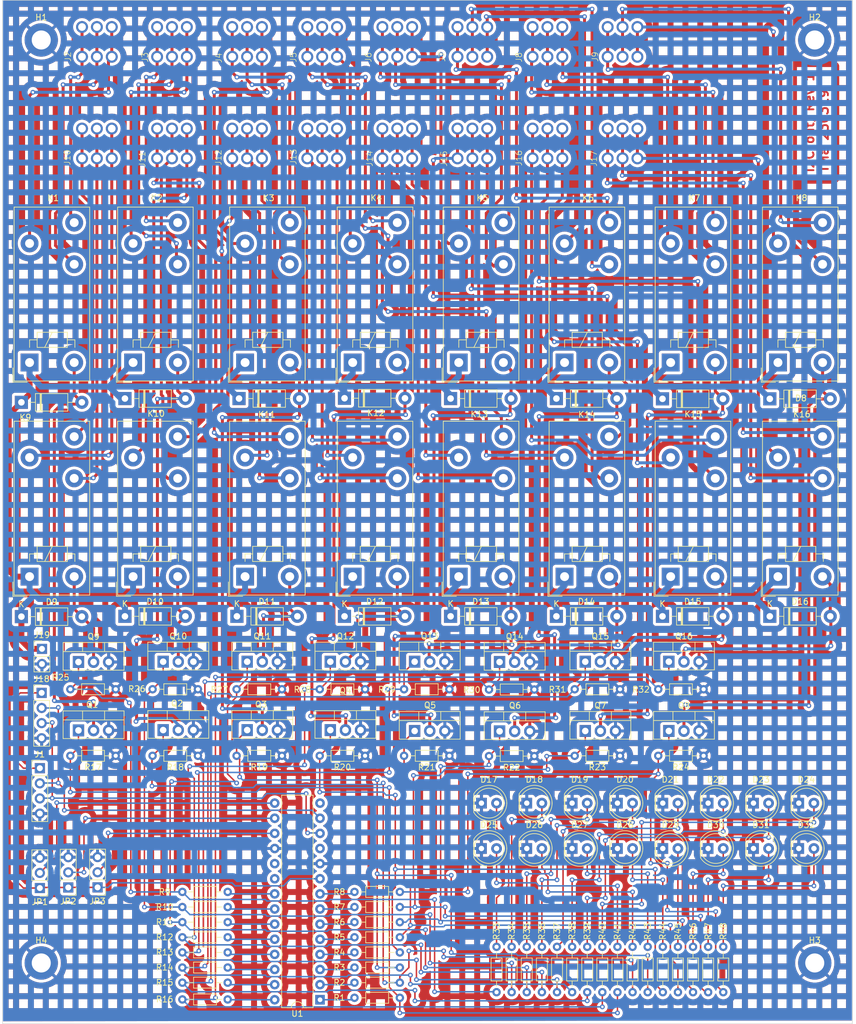
<source format=kicad_pcb>
(kicad_pcb (version 20221018) (generator pcbnew)
  (layers (0 "F.Cu" signal) (31 "B.Cu" signal) (34 "B.Paste" user) (35 "F.Paste" user) (36 "B.SilkS" user "B.Silkscreen") (37 "F.SilkS" user "F.Silkscreen") (38 "B.Mask" user) (39 "F.Mask" user) (44 "Edge.Cuts" user))
  (net 0 "")
  (net 1 "VCC")
  (net 2 "Net-(D1-A)")
  (net 3 "Net-(D2-A)")
  (net 4 "Net-(D3-A)")
  (net 5 "Net-(D4-A)")
  (net 6 "Net-(D5-A)")
  (net 7 "Net-(D6-A)")
  (net 8 "Net-(D7-A)")
  (net 9 "Net-(D8-A)")
  (net 10 "Net-(D9-A)")
  (net 11 "Net-(D10-A)")
  (net 12 "Net-(D11-A)")
  (net 13 "Net-(D12-A)")
  (net 14 "Net-(D13-A)")
  (net 15 "Net-(D14-A)")
  (net 16 "Net-(D15-A)")
  (net 17 "Net-(D16-A)")
  (net 18 "GND")
  (net 19 "Net-(J1-Pin_2)")
  (net 20 "Net-(J1-Pin_3)")
  (net 21 "Net-(J2-Pad1)")
  (net 22 "Net-(J2-Pad2)")
  (net 23 "Net-(J2-Pad3)")
  (net 24 "Net-(J3-Pad1)")
  (net 25 "Net-(J3-Pad2)")
  (net 26 "Net-(J3-Pad3)")
  (net 27 "Net-(J4-Pad1)")
  (net 28 "Net-(J4-Pad2)")
  (net 29 "Net-(J4-Pad3)")
  (net 30 "Net-(J5-Pad1)")
  (net 31 "Net-(J5-Pad2)")
  (net 32 "Net-(J5-Pad3)")
  (net 33 "Net-(J6-Pad1)")
  (net 34 "Net-(J6-Pad2)")
  (net 35 "Net-(J6-Pad3)")
  (net 36 "Net-(J7-Pad1)")
  (net 37 "Net-(J7-Pad2)")
  (net 38 "Net-(J7-Pad3)")
  (net 39 "Net-(J8-Pad1)")
  (net 40 "Net-(J8-Pad2)")
  (net 41 "Net-(J8-Pad3)")
  (net 42 "Net-(J9-Pad1)")
  (net 43 "Net-(J9-Pad2)")
  (net 44 "Net-(J9-Pad3)")
  (net 45 "Net-(J10-Pad1)")
  (net 46 "Net-(J10-Pad2)")
  (net 47 "Net-(J10-Pad3)")
  (net 48 "Net-(J11-Pad1)")
  (net 49 "Net-(J11-Pad2)")
  (net 50 "Net-(J11-Pad3)")
  (net 51 "Net-(J12-Pad1)")
  (net 52 "Net-(J12-Pad2)")
  (net 53 "Net-(J12-Pad3)")
  (net 54 "Net-(J13-Pad1)")
  (net 55 "Net-(J13-Pad2)")
  (net 56 "Net-(J13-Pad3)")
  (net 57 "Net-(J14-Pad1)")
  (net 58 "Net-(J14-Pad2)")
  (net 59 "Net-(J14-Pad3)")
  (net 60 "Net-(J15-Pad1)")
  (net 61 "Net-(J15-Pad2)")
  (net 62 "Net-(J15-Pad3)")
  (net 63 "Net-(J16-Pad1)")
  (net 64 "Net-(J16-Pad2)")
  (net 65 "Net-(J16-Pad3)")
  (net 66 "Net-(J17-Pad1)")
  (net 67 "Net-(J17-Pad2)")
  (net 68 "Net-(J17-Pad3)")
  (net 69 "/AD0")
  (net 70 "/AD1")
  (net 71 "/AD2")
  (net 72 "/b0")
  (net 73 "/b1")
  (net 74 "/b2")
  (net 75 "/b3")
  (net 76 "/b4")
  (net 77 "/b5")
  (net 78 "/b6")
  (net 79 "/b7")
  (net 80 "/a0")
  (net 81 "/a1")
  (net 82 "/a2")
  (net 83 "/a3")
  (net 84 "/a4")
  (net 85 "/a5")
  (net 86 "/a6")
  (net 87 "/a7")
  (net 88 "Net-(U1-GPB0)")
  (net 89 "Net-(U1-GPB1)")
  (net 90 "Net-(U1-GPB2)")
  (net 91 "Net-(U1-GPB3)")
  (net 92 "Net-(U1-GPB4)")
  (net 93 "Net-(U1-GPB5)")
  (net 94 "Net-(U1-GPB6)")
  (net 95 "Net-(U1-GPB7)")
  (net 96 "Net-(U1-GPA0)")
  (net 97 "Net-(U1-GPA1)")
  (net 98 "Net-(U1-GPA2)")
  (net 99 "Net-(U1-GPA3)")
  (net 100 "Net-(U1-GPA4)")
  (net 101 "Net-(U1-GPA5)")
  (net 102 "Net-(U1-GPA6)")
  (net 103 "Net-(U1-GPA7)")
  (net 108 "+5V")
  (net 109 "Net-(D17-A)")
  (net 110 "Net-(D18-A)")
  (net 111 "Net-(D19-A)")
  (net 112 "Net-(D20-A)")
  (net 113 "Net-(D21-A)")
  (net 114 "Net-(D22-A)")
  (net 115 "Net-(D23-A)")
  (net 116 "Net-(D24-A)")
  (net 117 "Net-(D25-A)")
  (net 118 "Net-(D26-A)")
  (net 119 "Net-(D27-A)")
  (net 120 "Net-(D28-A)")
  (net 121 "Net-(D29-A)")
  (net 122 "Net-(D30-A)")
  (net 123 "Net-(D31-A)")
  (net 124 "Net-(D32-A)")
  (footprint "Resistor_THT:R_Axial_DIN0204_L3.6mm_D1.6mm_P7.62mm_Horizontal" (layer "F.Cu") (at 72.644 180.848)
    (fp_text reference "R1")
    (fp_text value "100R")
  )
  (footprint "Relay_THT:Relay_SPDT_Finder_40.31" (layer "F.Cu") (at 18.0349 74.168 90)
    (fp_text reference "K1")
    (fp_text value "FINDER-40.31")
  )
  (footprint "Resistor_THT:R_Axial_DIN0204_L3.6mm_D1.6mm_P7.62mm_Horizontal" (layer "F.Cu") (at 46.3296 140.208 180)
    (fp_text reference "R18")
    (fp_text value "100kR")
  )
  (footprint "LED_THT:LED_D5.0mm" (layer "F.Cu") (at 93.98 155.7782)
    (fp_text reference "D25")
    (fp_text value "LED" hide)
  )
  (footprint "Resistor_THT:R_Axial_DIN0204_L3.6mm_D1.6mm_P7.62mm_Horizontal" (layer "F.Cu") (at 102.87 129.0828 180)
    (fp_text reference "R30")
    (fp_text value "100kR")
  )
  (footprint "Resistor_THT:R_Axial_DIN0204_L3.6mm_D1.6mm_P7.62mm_Horizontal" (layer "F.Cu") (at 132.08 172.2882 -90)
    (fp_text reference "R47")
    (fp_text value "330R")
  )
  (footprint "Relay_THT:Relay_SPDT_Finder_40.31" (layer "F.Cu") (at 125.7817 74.168 90)
    (fp_text reference "K7")
    (fp_text value "FINDER-40.31")
  )
  (footprint "parts_tma_1:AST_041-3" (layer "F.Cu") (at 64.712113 39.878 90)
    (fp_text reference "J13")
    (fp_text value "~")
  )
  (footprint "Relay_THT:Relay_SPDT_Finder_40.31" (layer "F.Cu") (at 54.2553 110.1192 90)
    (fp_text reference "K11")
    (fp_text value "FINDER-40.31")
  )
  (footprint "Package_TO_SOT_THT:TO-220-3_Vertical" (layer "F.Cu") (at 68.58 135.89)
    (fp_text reference "Q4")
    (fp_text value "IRFZ24N")
  )
  (footprint "parts_tma_1:AST_041-3" (layer "F.Cu") (at 26.8516 39.878 90)
    (fp_text reference "J10")
    (fp_text value "~")
  )
  (footprint "Diode_THT:D_DO-41_SOD81_P10.16mm_Horizontal" (layer "F.Cu") (at 34.0624 80.2132)
    (fp_text reference "D2" hide)
    (fp_text value "1N4001")
  )
  (footprint "LED_THT:LED_D5.0mm" (layer "F.Cu") (at 139.7 155.7782)
    (fp_text reference "D31")
    (fp_text value "LED")
  )
  (footprint "Diode_THT:D_DO-41_SOD81_P10.16mm_Horizontal" (layer "F.Cu") (at 106.5784 116.7892)
    (fp_text reference "D14")
    (fp_text value "1N4001")
  )
  (footprint "Resistor_THT:R_Axial_DIN0204_L3.6mm_D1.6mm_P7.62mm_Horizontal" (layer "F.Cu") (at 74.422 129.032 180)
    (fp_text reference "R28")
    (fp_text value "100kR")
  )
  (footprint "Resistor_THT:R_Axial_DIN0204_L3.6mm_D1.6mm_P7.62mm_Horizontal" (layer "F.Cu") (at 106.68 172.2882 -90)
    (fp_text reference "R37")
    (fp_text value "330R")
  )
  (footprint "Package_TO_SOT_THT:TO-220-3_Vertical" (layer "F.Cu") (at 97.028 124.46)
    (fp_text reference "Q14")
    (fp_text value "IRFZ24N")
  )
  (footprint "parts_tma_1:AST_041-3" (layer "F.Cu") (at 115.1928 39.878 90)
    (fp_text reference "J17")
    (fp_text value "~")
  )
  (footprint "Package_TO_SOT_THT:TO-220-3_Vertical" (layer "F.Cu") (at 54.61 124.4092)
    (fp_text reference "Q11")
    (fp_text value "IRFZ24N")
  )
  (footprint "LED_THT:LED_D5.0mm" (layer "F.Cu") (at 147.32 155.7782)
    (fp_text reference "D32")
    (fp_text value "LED")
  )
  (footprint "LED_THT:LED_D5.0mm" (layer "F.Cu") (at 101.6 155.7782)
    (fp_text reference "D26")
    (fp_text value "LED")
  )
  (footprint "Connector_PinHeader_2.54mm:PinHeader_1x02_P2.54mm_Vertical" (layer "F.Cu") (at 20.1168 122.2502)
    (fp_text reference "J19")
    (fp_text value "Conn_01x02_Pin")
  )
  (footprint "parts_tma_1:AST_041-3" (layer "F.Cu") (at 102.572626 39.878 90)
    (fp_text reference "J16")
    (fp_text value "~")
  )
  (footprint "Relay_THT:Relay_SPDT_Finder_40.31" (layer "F.Cu") (at 107.9509 74.168 90)
    (fp_text reference "K6")
    (fp_text value "FINDER-40.31")
  )
  (footprint "Relay_THT:Relay_SPDT_Finder_40.31" (layer "F.Cu") (at 54.2553 74.168 90)
    (fp_text reference "K3")
    (fp_text value "FINDER-40.31")
  )
  (footprint "Diode_THT:D_DO-41_SOD81_P10.16mm_Horizontal" (layer "F.Cu") (at 88.7984 116.7892)
    (fp_text reference "D13")
    (fp_text value "1N4001")
  )
  (footprint "Resistor_THT:R_Axial_DIN0204_L3.6mm_D1.6mm_P7.62mm_Horizontal" (layer "F.Cu") (at 51.3334 165.608 180)
    (fp_text reference "R10")
    (fp_text value "100R")
  )
  (footprint "MountingHole:MountingHole_3.2mm_M3_DIN965_Pad_TopBottom" (layer "F.Cu") (at 20 175)
    (fp_text reference "H4")
    (fp_text value "MountingHole_Pad")
  )
  (footprint "Resistor_THT:R_Axial_DIN0204_L3.6mm_D1.6mm_P7.62mm_Horizontal" (layer "F.Cu") (at 51.3334 178.308 180)
    (fp_text reference "R15")
    (fp_text value "100R")
  )
  (footprint "parts_tma_1:AST_041-3" (layer "F.Cu") (at 52.091942 39.878 90)
    (fp_text reference "J12")
    (fp_text value "~")
  )
  (footprint "parts_tma_1:AST_041-3" (layer "F.Cu") (at 52.091942 22.82 90)
    (fp_text reference "J4")
    (fp_text value "~")
  )
  (footprint "MountingHole:MountingHole_3.2mm_M3_DIN965_Pad_TopBottom" (layer "F.Cu") (at 150 20)
    (fp_text reference "H2")
    (fp_text value "MountingHole_Pad")
  )
  (footprint "LED_THT:LED_D5.0mm" (layer "F.Cu") (at 132.08 155.7782)
    (fp_text reference "D30")
    (fp_text value "LED")
  )
  (footprint "Resistor_THT:R_Axial_DIN0204_L3.6mm_D1.6mm_P7.62mm_Horizontal" (layer "F.Cu") (at 117.2718 129.032 180)
    (fp_text reference "R31")
    (fp_text value "100kR")
  )
  (footprint "Package_TO_SOT_THT:TO-220-3_Vertical" (layer "F.Cu") (at 26.252 135.9408)
    (fp_text reference "Q1")
    (fp_text value "IRFZ24N")
  )
  (footprint "Resistor_THT:R_Axial_DIN0204_L3.6mm_D1.6mm_P7.62mm_Horizontal" (layer "F.Cu") (at 119.38 172.2882 -90)
    (fp_text reference "R42")
    (fp_text value "330R")
  )
  (footprint "Resistor_THT:R_Axial_DIN0204_L3.6mm_D1.6mm_P7.62mm_Horizontal" (layer "F.Cu") (at 117.2718 140.208 180)
    (fp_text reference "R23")
    (fp_text value "100kR")
  )
  (footprint "LED_THT:LED_D5.0mm" (layer "F.Cu") (at 116.84 155.7782)
    (fp_text reference "D28")
    (fp_text value "LED")
  )
  (footprint "Resistor_THT:R_Axial_DIN0204_L3.6mm_D1.6mm_P7.62mm_Horizontal" (layer "F.Cu") (at 114.3 172.2882 -90)
    (fp_text reference "R40")
    (fp_text value "330R")
  )
  (footprint "Package_DIP:DIP-28_W7.62mm" (layer "F.Cu") (at 66.8528 181.1782 180)
    (fp_text reference "U1")
    (fp_text value "MCP23017_SP")
  )
  (footprint "Resistor_THT:R_Axial_DIN0204_L3.6mm_D1.6mm_P7.62mm_Horizontal" (layer "F.Cu") (at 51.3334 173.228 180)
    (fp_text reference "R13")
    (fp_text value "100R")
  )
  (footprint "Diode_THT:D_DO-41_SOD81_P10.16mm_Horizontal" (layer "F.Cu") (at 52.8828 116.7892)
    (fp_text reference "D11")
    (fp_text value "1N4001")
  )
  (footprint "Diode_THT:D_DO-41_SOD81_P10.16mm_Horizontal" (layer "F.Cu") (at 16.6624 116.84)
    (fp_text reference "D9")
    (fp_text value "1N4001")
  )
  (footprint "Resistor_THT:R_Axial_DIN0204_L3.6mm_D1.6mm_P7.62mm_Horizontal" (layer "F.Cu") (at 131.318 140.208 180)
    (fp_text reference "R24")
    (fp_text value "100kR")
  )
  (footprint "parts_tma_1:AST_041-3" (layer "F.Cu") (at 26.8516 22.82 90)
    (fp_text reference "J2")
    (fp_text value "~")
  )
  (footprint "Relay_THT:Relay_SPDT_Finder_40.31" (layer "F.Cu") (at 90.1709 74.168 90)
    (fp_text reference "K5")
    (fp_text value "FINDER-40.31")
  )
  (footprint "Resistor_THT:R_Axial_DIN0204_L3.6mm_D1.6mm_P7.62mm_Horizontal" (layer "F.Cu") (at 131.318 129.032 180)
    (fp_text reference "R32")
    (fp_text value "100kR")
  )
  (footprint "Diode_THT:D_DO-41_SOD81_P10.16mm_Horizontal" (layer "F.Cu") (at 88.7984 80.2132)
    (fp_text reference "D5" hide)
    (fp_text value "1N4001")
  )
  (footprint "Relay_THT:Relay_SPDT_Finder_40.31" (layer "F.Cu") (at 107.9509 110.1192 90)
    (fp_text reference "K14")
    (fp_text value "FINDER-40.31")
  )
  (footprint "Resistor_THT:R_Axial_DIN0204_L3.6mm_D1.6mm_P7.62mm_Horizontal" (layer "F.Cu") (at 51.3334 168.148 180)
    (fp_text reference "R11")
    (fp_text value "100R")
  )
  (footprint "Resistor_THT:R_Axial_DIN0204_L3.6mm_D1.6mm_P7.62mm_Horizontal" (layer "F.Cu") (at 74.422 140.208 180)
    (fp_text reference "R20")
    (fp_text value "100kR")
  )
  (footprint "Resistor_THT:R_Axial_DIN0204_L3.6mm_D1.6mm_P7.62mm_Horizontal" (layer "F.Cu") (at 129.54 172.2882 -90)
    (fp_text reference "R46")
    (fp_text value "330R")
  )
  (footprint "Diode_THT:D_DO-41_SOD81_P10.16mm_Horizontal" (layer "F.Cu") (at 142.4432 80.264)
    (fp_text reference "D8")
    (fp_text value "1N4001")
  )
  (footprint "Resistor_THT:R_Axial_DIN0204_L3.6mm_D1.6mm_P7.62mm_Horizontal" (layer "F.Cu") (at 32.512 129.032 180)
    (fp_text reference "R25")
    (fp_text value "100kR")
  )
  (footprint "parts_tma_1:AST_041-3" (layer "F.Cu") (at 89.952455 39.878 90)
    (fp_text reference "J15")
    (fp_text value "~")
  )
  (footprint "Relay_THT:Relay_SPDT_Finder_40.31" (layer "F.Cu") (at 143.8157 110.1192 90)
    (fp_text reference "K16")
    (fp_text value "FINDER-40.31")
  )
  (footprint "LED_THT:LED_D5.0mm" (layer "F.Cu") (at 147.32 148.1582)
    (fp_text reference "D24")
    (fp_text value "LED")
  )
  (footprint "LED_THT:LED_D5.0mm" (layer "F.Cu") (at 139.7 148.1582)
    (fp_text reference "D23")
    (fp_text value "LED")
  )
  (footprint "Relay_THT:Relay_SPDT_Finder_40.31" (layer "F.Cu") (at 35.4349 74.168 90)
    (fp_text reference "K2")
    (fp_text value "FINDER-40.31")
  )
  (footprint "Resistor_THT:R_Axial_DIN0204_L3.6mm_D1.6mm_P7.62mm_Horizontal" (layer "F.Cu") (at 96.52 172.2882 -90)
    (fp_text reference "R33")
    (fp_text value "330R")
  )
  (footprint "LED_THT:LED_D5.0mm" (layer "F.Cu") (at 109.22 148.1582)
    (fp_text reference "D19")
    (fp_text value "LED")
  )
  (footprint "MountingHole:MountingHole_3.2mm_M3_DIN965_Pad_TopBottom" (layer "F.Cu") (at 150 175)
    (fp_text reference "H3")
    (fp_text value "MountingHole_Pad")
  )
  (footprint "Connector_PinHeader_2.54mm:PinHeader_1x04_P2.54mm_Vertical" (layer "F.Cu") (at 20.066 129.6416)
    (fp_text reference "J18")
    (fp_text value "Conn_01x04_Pin")
  )
  (footprint "Resistor_THT:R_Axial_DIN0204_L3.6mm_D1.6mm_P7.62mm_Horizontal" (layer "F.Cu") (at 101.6 172.2882 -90)
    (fp_text reference "R35")
    (fp_text value "330R")
  )
  (footprint "Diode_THT:D_DO-41_SOD81_P10.16mm_Horizontal" (layer "F.Cu") (at 124.4092 80.264)
    (fp_text reference "D7" hide)
    (fp_text value "1N4001")
  )
  (footprint "Resistor_THT:R_Axial_DIN0204_L3.6mm_D1.6mm_P7.62mm_Horizontal" (layer "F.Cu") (at 32.512 140.208 180)
    (fp_text reference "R17")
    (fp_text value "100kR")
  )
  (footprint "Package_TO_SOT_THT:TO-220-3_Vertical" (layer "F.Cu") (at 125.476 136.0424)
    (fp_text reference "Q8")
    (fp_text value "IRFZ24N")
  )
  (footprint "Connector_PinHeader_2.54mm:PinHeader_1x03_P2.54mm_Vertical" (layer "F.Cu") (at 29.464 162.306 180)
    (fp_text reference "JP3")
    (fp_text value "Jumper_3_Open")
  )
  (footprint "Package_TO_SOT_THT:TO-220-3_Vertical" (layer "F.Cu") (at 82.7532 124.4092)
    (fp_text reference "Q13")
    (fp_text value "IRFZ24N")
  )
  (footprint "Resistor_THT:R_Axial_DIN0204_L3.6mm_D1.6mm_P7.62mm_Horizontal" (layer "F.Cu") (at 124.46 172.2882 -90)
    (fp_text reference "R44")
    (fp_text value "330R")
  )
  (footprint "parts_tma_1:AST_041-3" (layer "F.Cu") (at 77.332284 39.878 90)
    (fp_text reference "J14")
    (fp_text value "~")
  )
  (footprint "Resistor_THT:R_Axial_DIN0204_L3.6mm_D1.6mm_P7.62mm_Horizontal" (layer "F.Cu") (at 88.5952 140.208 180)
    (fp_text reference "R21")
    (fp_text value "100kR")
  )
  (footprint "Resistor_THT:R_Axial_DIN0204_L3.6mm_D1.6mm_P7.62mm_Horizontal" (layer "F.Cu") (at 51.3334 175.768 180)
    (fp_text reference "R14")
    (fp_text value "100R")
  )
  (footprint "Resistor_THT:R_Axial_DIN0204_L3.6mm_D1.6mm_P7.62mm_Horizontal" (layer "F.Cu") (at 116.84 172.2882 -90)
    (fp_text reference "R41")
    (fp_text value "330R")
  )
  (footprint "Relay_THT:Relay_SPDT_Finder_40.31" (layer "F.Cu") (at 143.8157 74.168 90)
    (fp_text reference "K8")
    (fp_text value "FINDER-40.31")
  )
  (footprint "Resistor_THT:R_Axial_DIN0204_L3.6mm_D1.6mm_P7.62mm_Horizontal" (layer "F.Cu") (at 111.76 172.2882 -90)
    (fp_text reference "R39")
    (fp_text value "330R")
  )
  (footprint "Diode_THT:D_DO-41_SOD81_P10.16mm_Horizontal" (layer "F.Cu") (at 34.0624 116.7892)
    (fp_text reference "D10")
    (fp_text value "1N4001")
  )
  (footprint "MountingHole:MountingHole_3.2mm_M3_DIN965_Pad_TopBottom" (layer "F.Cu") (at 20 20)
    (fp_text reference "H1")
    (fp_text value "MountingHole_Pad")
  )
  (footprint "Resistor_THT:R_Axial_DIN0204_L3.6mm_D1.6mm_P7.62mm_Horizontal" (layer "F.Cu") (at 109.22 172.2882 -90)
    (fp_text reference "R38")
    (fp_text value "330R")
  )
  (footprint "parts_tma_1:AST_041-3" (layer "F.Cu") (at 77.332284 22.82 90)
    (fp_text reference "J6")
    (fp_text value "~")
  )
  (footprint "Diode_THT:D_DO-41_SOD81_P10.16mm_Horizontal" (layer "F.Cu") (at 142.4432 116.7892)
    (fp_text reference "D16")
    (fp_text value "1N4001")
  )
  (footprint "Relay_THT:Relay_SPDT_Finder_40.31" (layer "F.Cu") (at 18.0349 110.1192 90)
    (fp_text reference "K9")
    (fp_text value "FINDER-40.31")
  )
  (footprint "Resistor_THT:R_Axial_DIN0204_L3.6mm_D1.6mm_P7.62mm_Horizontal" (layer "F.Cu") (at 72.644 178.308)
    (fp_text reference "R2")
    (fp_text value "100R")
  )
  (footprint "Diode_THT:D_DO-41_SOD81_P10.16mm_Horizontal" (layer "F.Cu") (at 106.5784 80.2132)
    (fp_text reference "D6" hide)
    (fp_text value "1N4001")
  )
  (footprint "Resistor_THT:R_Axial_DIN0204_L3.6mm_D1.6mm_P7.62mm_Horizontal" (layer "F.Cu") (at 72.644 173.228)
    (fp_text reference "R4")
    (fp_text value "100R")
  )
  (footprint "Resistor_THT:R_Axial_DIN0204_L3.6mm_D1.6mm_P7.62mm_Horizontal" (layer "F.Cu") (at 51.3334 181.1274 180)
    (fp_text reference "R16")
    (fp_text value "100R")
  )
  (footprint "Resistor_THT:R_Axial_DIN0204_L3.6mm_D1.6mm_P7.62mm_Horizontal" (layer "F.Cu") (at 51.3334 163.068 180)
    (fp_text reference "R9")
    (fp_text value "100R")
  )
  (footprint "Diode_THT:D_DO-41_SOD81_P10.16mm_Horizontal" (layer "F.Cu") (at 53.2384 80.2132)
    (fp_text reference "D3" hide)
    (fp_text value "1N4001")
  )
  (footprint "Package_TO_SOT_THT:TO-220-3_Vertical" (layer "F.Cu") (at 111.4298 124.4092)
    (fp_text reference "Q15")
    (fp_text value "IRFZ24N")
  )
  (footprint "parts_tma_1:AST_041-3" (layer "F.Cu") (at 64.712113 22.82 90)
    (fp_text reference "J5")
    (fp_text value "~")
  )
  (footprint "Connector_PinHeader_2.54mm:PinHeader_1x03_P2.54mm_Vertical" (layer "F.Cu") (at 19.7612 162.418 180)
    (fp_text reference "JP1")
    (fp_text value "Jumper_3_Open")
  )
  (footprint "LED_THT:LED_D5.0mm" (layer "F.Cu") (at 101.6 148.1582)
    (fp_text reference "D18")
    (fp_text value "LED")
  )
  (footprint "parts_tma_1:AST_041-3" (layer "F.Cu") (at 115.1928 22.82 90)
    (fp_text reference "J9")
    (fp_text value "~")
  )
  (footprint "Diode_THT:D_DO-41_SOD81_P10.16mm_Horizontal" (layer "F.Cu") (at 124.4092 116.7892)
    (fp_text reference "D15")
    (fp_text value "1N4001")
  )
  (footprint "Package_TO_SOT_THT:TO-220-3_Vertical" (layer "F.Cu") (at 40.4876 135.89)
    (fp_text reference "Q2")
    (fp_text value "IRFZ24N")
  )
  (footprint "LED_THT:LED_D5.0mm" (layer "F.Cu") (at 109.22 155.7782)
    (fp_text reference "D27")
    (fp_text value "LED")
  )
  (footprint "Diode_THT:D_DO-41_SOD81_P10.16mm_Horizontal" (layer "F.Cu") (at 16.6624 80.8482)
    (fp_text reference "D1" hide)
    (fp_text value "1N4001")
  )
  (footprint "Resistor_THT:R_Axial_DIN0204_L3.6mm_D1.6mm_P7.62mm_Horizontal" (layer "F.Cu") (at 121.92 172.2882 -90)
    (fp_text reference "R43")
    (fp_text value "330R")
  )
  (footprint "Relay_THT:Relay_SPDT_Finder_40.31" (layer "F.Cu") (at 90.1709 110.1192 90)
    (fp_text reference "K13")
    (fp_text value "FINDER-40.31")
  )
  (footprint "Resistor_THT:R_Axial_DIN0204_L3.6mm_D1.6mm_P7.62mm_Horizontal" (layer "F.Cu") (at 60.452 129.032 180)
    (fp_text reference "R27")
    (fp_text value "100kR")
  )
  (footprint "Diode_THT:D_DO-41_SOD81_P10.16mm_Horizontal" (layer "F.Cu") (at 70.9676 116.7892)
    (fp_text reference "D12")
    (fp_text value "1N4001")
  )
  (footprint "Relay_THT:Relay_SPDT_Finder_40.31" (layer "F.Cu") (at 125.7817 110.1192 90)
    (fp_text reference "K15")
    (fp_text value "FINDER-40.31")
  )
  (footprint "Package_TO_SOT_THT:TO-220-3_Vertical" (layer "F.Cu") (at 40.4876 124.4092)
    (fp_text reference "Q10")
    (fp_text value "IRFZ24N")
  )
  (footprint "Resistor_THT:R_Axial_DIN0204_L3.6mm_D1.6mm_P7.62mm_Horizontal" (layer "F.Cu") (at 72.644 175.768)
    (fp_text reference "R3")
    (fp_text value "100R")
  )
  (footprint "Resistor_THT:R_Axial_DIN0204_L3.6mm_D1.6mm_P7.62mm_Horizontal" (layer "F.Cu") (at 104.14 172.2882 -90)
    (fp_text reference "R36")
    (fp_text value "330R")
  )
  (footprint "Connector_PinHeader_2.54mm:PinHeader_1x03_P2.54mm_Vertical" (layer "F.Cu") (at 24.5364 162.321 180)
    (fp_text reference "JP2")
    (fp_text value "Jumper_3_Open")
  )
  (footprint "Package_TO_SOT_THT:TO-220-3_Vertical" (layer "F.Cu") (at 82.7532 136.0424)
    (fp_text reference "Q5")
    (fp_text value "IRFZ24N")
  )
  (footprint "LED_THT:LED_D5.0mm" (layer "F.Cu") (at 116.84 148.1582)
    (fp_text reference "D20")
    (fp_text value "LED")
  )
  (footprint "Package_TO_SOT_THT:TO-220-3_Vertical" (layer "F.Cu") (at 26.252 124.46)
    (fp_text reference "Q9")
    (fp_text value "IRFZ24N")
  )
  (footprint "Resistor_THT:R_Axial_DIN0204_L3.6mm_D1.6mm_P7.62mm_Horizontal" (layer "F.Cu") (at 127 172.2882 -90)
    (fp_text reference "R45")
    (fp_text value "330R")
  )
  (footprint "parts_tma_1:AST_041-3" (layer "F.Cu") (at 39.471771 22.82 90)
    (fp_text reference "J3")
    (fp_text value "~")
  )
  (footprint "LED_THT:LED_D5.0mm" (layer "F.Cu") (at 124.46 148.1582)
    (fp_text reference "D21")
    (fp_text value "LED")
  )
  (footprint "parts_tma_1:AST_041-3" (layer "F.Cu") (at 102.572626 22.82 90)
    (fp_text reference "J8")
    (fp_text value "~")
  )
  (footprint "Relay_THT:Relay_SPDT_Finder_40.31" (layer "F.Cu") (at 72.3401 110.1192 90)
    (fp_text reference "K12")
    (fp_text value "FINDER-40.31")
  )
  (footprint "LED_THT:LED_D5.0mm" (layer "F.Cu") (at 132.08 148.1582)
    (fp_text reference "D22")
    (fp_text value "LED")
  )
  (footprint "LED_THT:LED_D5.0mm" (layer "F.Cu") (at 93.98 148.1582)
    (fp_text reference "D17")
    (fp_text value "LED")
  )
  (footprint "Resistor_THT:R_Axial_DIN0204_L3.6mm_D1.6mm_P7.62mm_Horizontal" (layer "F.Cu") (at 72.644 168.148)
    (fp_text reference "R6")
    (fp_text value "100R")
  )
  (footprint "parts_tma_1:AST_041-3" (layer "F.Cu") (at 39.471771 39.878 90)
    (fp_text reference "J11")
    (fp_text value "~")
  )
  (footprint "Package_TO_SOT_THT:TO-220-3_Vertical" (layer "F.Cu") (at 125.476 124.4092)
    (fp_text reference "Q16")
    (fp_text value "IRFZ24N")
  )
  (footprint "Resistor_THT:R_Axial_DIN0204_L3.6mm_D1.6mm_P7.62mm_Horizontal" (layer "F.Cu") (at 60.452 140.208 180)
    (fp_text reference "R19")
    (fp_text value "100kR")
  )
  (footprint "Relay_THT:Relay_SPDT_Finder_40.31" (layer "F.Cu") (at 72.3401 74.168 90)
    (fp_text reference "K4")
    (fp_text value "FINDER-40.31")
  )
  (footprint "Diode_THT:D_DO-41_SOD81_P10.16mm_Horizontal" (layer "F.Cu") (at 70.9676 80.1624)
    (fp_text reference "D4" hide)
    (fp_text value "1N4001")
  )
  (footprint "Connector_PinHeader_2.54mm:PinHeader_1x04_P2.54mm_Vertical" (layer "F.Cu") (at 19.7612 142.2908)
    (fp_text reference "J1")
    (fp_text value "Conn_01x04_Pin")
  )
  (footprint "Package_TO_SOT_THT:TO-220-3_Vertical" (layer "F.Cu") (at 54.61 135.89)
    (fp_text reference "Q3")
    (fp_text value "IRFZ24N")
  )
  (footprint "Package_TO_SOT_THT:TO-220-3_Vertical" (layer "F.Cu") (at 111.4298 136.0424)
    (fp_text reference "Q7")
    (fp_text value "IRFZ24N")
  )
  (footprint "Package_TO_SOT_THT:TO-220-3_Vertical" (layer "F.Cu") (at 97.028 136.0932)
    (fp_text reference "Q6")
    (fp_text value "IRFZ24N")
  )
  (footprint "Resistor_THT:R_Axial_DIN0204_L3.6mm_D1.6mm_P7.62mm_Horizontal" (layer "F.Cu") (at 51.3334 170.688 180)
    (fp_text reference "R12")
    (fp_text value "100R")
  )
  (footprint "Package_TO_SOT_THT:TO-220-3_Vertical" (layer "F.Cu") (at 68.58 124.4092)
    (fp_text reference "Q12")
    (fp_text value "IRFZ24N")
  )
  (footprint "Resistor_THT:R_Axial_DIN0204_L3.6mm_D1.6mm_P7.62mm_Horizontal" (layer "F.Cu") (at 134.62 172.2882 -90)
    (fp_text reference "R48")
    (fp_text value "330R")
  )
  (footprint "Relay_THT:Relay_SPDT_Finder_40.31" (layer "F.Cu") (at 35.4349 110.1192 90)
    (fp_text reference "K10")
    (fp_text value "FINDER-40.31")
  )
  (footprint "Resistor_THT:R_Axial_DIN0204_L3.6mm_D1.6mm_P7.62mm_Horizontal" (layer "F.Cu") (at 99.06 172.2882 -90)
    (fp_text reference "R34")
    (fp_text value "330R" hide)
  )
  (footprint "Resistor_THT:R_Axial_DIN0204_L3.6mm_D1.6mm_P7.62mm_Horizontal" (layer "F.Cu") (at 102.87 140.2588 180)
    (fp_text reference "R22")
    (fp_text value "100kR")
  )
  (footprint "Resistor_THT:R_Axial_DIN0204_L3.6mm_D1.6mm_P7.62mm_Horizontal" (layer "F.Cu") (at 72.644 170.688)
    (fp_text reference "R5")
    (fp_text value "100R")
  )
  (footprint "LED_THT:LED_D5.0mm" (layer "F.Cu") (at 124.46 155.7782)
    (fp_text reference "D29")
    (fp_text value "LED")
  )
  (footprint "Resistor_THT:R_Axial_DIN0204_L3.6mm_D1.6mm_P7.62mm_Horizontal" (layer "F.Cu") (at 72.644 165.608)
    (fp_text reference "R7")
    (fp_text value "100R")
  )
  (footprint "Resistor_THT:R_Axial_DIN0204_L3.6mm_D1.6mm_P7.62mm_Horizontal" (layer "F.Cu") (at 88.5952 129.032 180)
    (fp_text reference "R29")
    (fp_text value "100kR")
  )
  (footprint "Resistor_THT:R_Axial_DIN0204_L3.6mm_D1.6mm_P7.62mm_Horizontal" (layer "F.Cu") (at 72.644 163.068)
    (fp_text reference "R8")
    (fp_text value "100R")
  )
  (footprint "parts_tma_1:AST_041-3" (layer "F.Cu") (at 89.952455 22.82 90)
    (fp_text reference "J7")
    (fp_text value "~")
  )
  (footprint "Resistor_THT:R_Axial_DIN0204_L3.6mm_D1.6mm_P7.62mm_Horizontal" (layer "F.Cu") (at 46.3296 129.032 180)
    (fp_text reference "R26")
    (fp_text value "100kR")
  )
  (gr_rect (start 13.5128 13.335) (end 156.3116 185.2168) (stroke (width 0.1)) (fill none) (layer "Edge.Cuts"))
  (gr_text "I2C out, Rev 1\nTMa 230319" (at 152.4 42.418 90) (layer "F.Cu") (effects (font (size 1.5 1.5) (thickness 0.3) bold) (justify left bottom)))
  (segment (start 18.0848 122.2502) (end 20.1168 122.2502) (width 1) (layer "F.Cu") (net 1))
  (segment (start 18.0349 74.168) (end 18.0349 79.4757) (width 1) (layer "F.Cu") (net 1))
  (segment (start 16.6624 120.8278) (end 18.0848 122.2502) (width 1) (layer "F.Cu") (net 1))
  (segment (start 16.6624 116.84) (end 16.6624 120.8278) (width 1) (layer "F.Cu") (net 1))
  (segment (start 18.0349 79.4757) (end 16.6624 80.8482) (width 1) (layer "F.Cu") (net 1))
  (segment (start 14.5288 82.9818) (end 16.6624 80.8482) (width 1) (layer "F.Cu") (net 1))
  (segment (start 14.5288 109.0422) (end 14.5288 82.9818) (width 1) (layer "F.Cu") (net 1))
  (segment (start 18.0349 110.1192) (end 15.6058 110.1192) (width 1) (layer "F.Cu") (net 1))
  (segment (start 15.6058 110.1192) (end 14.5288 109.0422) (width 1) (layer "F.Cu") (net 1))
  (segment (start 72.3401 76.0213) (end 70.1548 78.2066) (width 1) (layer "B.Cu") (net 1))
  (segment (start 52.9336 113.8682) (end 69.088 113.8682) (width 1) (layer "B.Cu") (net 1))
  (segment (start 124.4092 115.4938) (end 122.7836 113.8682) (width 1) (layer "B.Cu") (net 1))
  (segment (start 122.7836 113.8682) (end 105.7148 113.8682) (width 1) (layer "B.Cu") (net 1))
  (segment (start 16.6624 115.3922) (end 18.8976 113.157) (width 1) (layer "B.Cu") (net 1))
  (segment (start 87.5792 113.8682) (end 70.4088 113.8682) (width 1) (layer "B.Cu") (net 1))
  (segment (start 54.2553 74.168) (end 50.2167 78.2066) (width 1) (layer "B.Cu") (net 1))
  (segment (start 107.9509 111.6321) (end 105.7148 113.8682) (width 1) (layer "B.Cu") (net 1))
  (segment (start 54.2553 112.5465) (end 52.9336 113.8682) (width 1) (layer "B.Cu") (net 1))
  (segment (start 69.088 113.8682) (end 70.4088 113.8682) (width 1) (layer "B.Cu") (net 1))
  (segment (start 53.2384 80.2132) (end 51.2318 78.2066) (width 1) (layer "B.Cu") (net 1))
  (segment (start 88.7984 116.7892) (end 88.7984 115.0874) (width 1) (layer "B.Cu") (net 1))
  (segment (start 52.8828 116.7892) (end 52.8828 114.935) (width 1) (layer "B.Cu") (net 1))
  (segment (start 104.5718 78.2066) (end 103.9123 78.2066) (width 1) (layer "B.Cu") (net 1))
  (segment (start 106.5784 116.7892) (end 106.5784 115.2398) (width 1) (layer "B.Cu") (net 1))
  (segment (start 140.0667 113.8682) (end 123.3424 113.8682) (width 1) (layer "B.Cu") (net 1))
  (segment (start 143.8157 74.7767) (end 140.3858 78.2066) (width 1) (layer "B.Cu") (net 1))
  (segment (start 142.4432 116.2447) (end 140.0667 113.8682) (width 1) (layer "B.Cu") (net 1))
  (segment (start 142.4432 116.7892) (end 142.4432 116.2447) (width 1) (layer "B.Cu") (net 1))
  (segment (start 140.3858 78.2066) (end 122.3518 78.2066) (width 1) (layer "B.Cu") (net 1))
  (segment (start 50.2167 78.2066) (end 49.3268 78.2066) (width 1) (layer "B.Cu") (net 1))
  (segment (start 105.2068 113.8682) (end 87.5792 113.8682) (width 1) (layer "B.Cu") (net 1))
  (segment (start 107.9509 110.1192) (end 107.9509 111.6321) (width 1) (layer "B.Cu") (net 1))
  (segment (start 122.3518 78.2066) (end 121.7431 78.2066) (width 1) (layer "B.Cu") (net 1))
  (segment (start 32.7152 113.8682) (end 34.1376 113.8682) (width 1) (layer "B.Cu") (net 1))
  (segment (start 18.0349 76.2771) (end 18.0349 74.168) (width 1) (layer "B.Cu") (net 1))
  (segment (start 35.4349 110.1192) (end 35.4349 112.5709) (width 1) (layer "B.Cu") (net 1))
  (segment (start 88.4428 78.2066) (end 87.376 78.2066) (width 1) (layer "B.Cu") (net 1))
  (segment (start 18.8976 113.157) (end 19.6088 113.8682) (width 1) (layer "B.Cu") (net 1))
  (segment (start 125.7817 110.1192) (end 125.7817 111.4289) (width 1) (layer "B.Cu") (net 1))
  (segment (start 88.7984 80.2132) (end 88.7984 79.629) (width 1) (layer "B.Cu") (net 1))
  (segment (start 72.3401 111.9369) (end 72.3401 110.1192) (width 1) (layer "B.Cu") (net 1))
  (segment (start 70.4088 113.8682) (end 72.3401 111.9369) (width 1) (layer "B.Cu") (net 1))
  (segment (start 125.7817 74.168) (end 121.7431 78.2066) (width 1) (layer "B.Cu") (net 1))
  (segment (start 70.9676 116.7892) (end 70.9676 115.7478) (width 1) (layer "B.Cu") (net 1))
  (segment (start 70.9676 79.0194) (end 70.1548 78.2066) (width 1) (layer "B.Cu") (net 1))
  (segment (start 142.4432 80.264) (end 140.3858 78.2066) (width 1) (layer "B.Cu") (net 1))
  (segment (start 107.9509 74.168) (end 103.9123 78.2066) (width 1) (layer "B.Cu") (net 1))
  (segment (start 124.4092 80.264) (end 122.3518 78.2066) (width 1) (layer "B.Cu") (net 1))
  (segment (start 105.7148 113.8682) (end 105.2068 113.8682) (width 1) (layer "B.Cu") (net 1))
  (segment (start 90.1709 110.1192) (end 90.1709 111.2765) (width 1) (layer "B.Cu") (net 1))
  (segment (start 90.1709 111.2765) (end 87.5792 113.8682) (width 1) (layer "B.Cu") (net 1))
  (segment (start 143.8157 74.168) (end 143.8157 74.7767) (width 1) (layer "B.Cu") (net 1))
  (segment (start 143.8157 110.1192) (end 140.0667 113.8682) (width 1) (layer "B.Cu") (net 1))
  (segment (start 51.816 113.8682) (end 52.9336 113.8682) (width 1) (layer "B.Cu") (net 1))
  (segment (start 106.5784 80.2132) (end 104.5718 78.2066) (width 1) (layer "B.Cu") (net 1))
  (segment (start 70.1548 78.2066) (end 49.3268 78.2066) (width 1) (layer "B.Cu") (net 1))
  (segment (start 70.9676 115.7478) (end 69.088 113.8682) (width 1) (layer "B.Cu") (net 1))
  (segment (start 54.2553 110.1192) (end 54.2553 112.5465) (width 1) (layer "B.Cu") (net 1))
  (segment (start 106.5784 115.2398) (end 105.2068 113.8682) (width 1) (layer "B.Cu") (net 1))
  (segment (start 34.0624 116.7892) (end 34.0624 115.2154) (width 1) (layer "B.Cu") (net 1))
  (segment (start 88.7984 115.0874) (end 87.5792 113.8682) (width 1) (layer "B.Cu") (net 1))
  (segment (start 103.9123 78.2066) (end 88.4428 78.2066) (width 1) (layer "B.Cu") (net 1))
  (segment (start 34.0624 115.2154) (end 32.7152 113.8682) (width 1) (layer "B.Cu") (net 1))
  (segment (start 19.9644 78.2066) (end 18.0349 76.2771) (width 1) (layer "B.Cu") (net 1))
  (segment (start 70.9676 80.1624) (end 70.9676 79.0194) (width 1) (layer "B.Cu") (net 1))
  (segment (start 33.4029 80.2132) (end 31.3963 78.2066) (width 1) (layer "B.Cu") (net 1))
  (segment (start 18.0349 110.1192) (end 18.0349 112.2943) (width 1) (layer "B.Cu") (net 1))
  (segment (start 87.376 78.2066) (end 70.1548 78.2066) (width 1) (layer "B.Cu") (net 1))
  (segment (start 29.8704 78.2066) (end 19.9644 78.2066) (width 1) (layer "B.Cu") (net 1))
  (segment (start 52.8828 114.935) (end 51.816 113.8682) (width 1) (layer "B.Cu") (net 1))
  (segment (start 121.7431 78.2066) (end 103.9123 78.2066) (width 1) (layer "B.Cu") (net 1))
  (segment (start 51.2318 78.2066) (end 50.2167 78.2066) (width 1) (layer "B.Cu") (net 1))
  (segment (start 90.1709 74.168) (end 90.1709 76.4785) (width 1) (layer "B.Cu") (net 1))
  (segment (start 88.7984 79.629) (end 87.376 78.2066) (width 1) (layer "B.Cu") (net 1))
  (segment (start 72.3401 74.168) (end 72.3401 76.0213) (width 1) (layer "B.Cu") (net 1))
  (segment (start 90.1709 76.4785) (end 88.4428 78.2066) (width 1) (layer "B.Cu") (net 1))
  (segment (start 34.0624 80.2132) (end 33.4029 80.2132) (width 1) (layer "B.Cu") (net 1))
  (segment (start 31.3963 78.2066) (end 29.8704 78.2066) (width 1) (layer "B.Cu") (net 1))
  (segment (start 123.3424 113.8682) (end 122.7836 113.8682) (width 1) (layer "B.Cu") (net 1))
  (segment (start 16.6624 116.84) (end 16.6624 115.3922) (width 1) (layer "B.Cu") (net 1))
  (segment (start 18.0349 112.2943) (end 18.8976 113.157) (width 1) (layer "B.Cu") (net 1))
  (segment (start 49.3268 78.2066) (end 29.8704 78.2066) (width 1) (layer "B.Cu") (net 1))
  (segment (start 35.4349 112.5709) (end 34.1376 113.8682) (width 1) (layer "B.Cu") (net 1))
  (segment (start 34.1376 113.8682) (end 51.816 113.8682) (width 1) (layer "B.Cu") (net 1))
  (segment (start 35.4349 74.168) (end 31.3963 78.2066) (width 1) (layer "B.Cu") (net 1))
  (segment (start 124.4092 116.7892) (end 124.4092 115.4938) (width 1) (layer "B.Cu") (net 1))
  (segment (start 125.7817 111.4289) (end 123.3424 113.8682) (width 1) (layer "B.Cu") (net 1))
  (segment (start 19.6088 113.8682) (end 32.7152 113.8682) (width 1) (layer "B.Cu") (net 1))
  (segment (start 28.792 135.9408) (end 28.792 131.1286) (width 0.5) (layer "F.Cu") (net 2))
  (segment (start 22.1996 130.937) (end 22.1996 82.3722) (width 0.5) (layer "F.Cu") (net 2))
  (segment (start 23.4188 81.153) (end 26.5176 81.153) (width 0.5) (layer "F.Cu") (net 2))
  (segment (start 25.5349 79.5607) (end 26.8224 80.8482) (width 0.5) (layer "F.Cu") (net 2))
  (segment (start 28.792 131.1286) (end 28.7528 131.0894) (width 0.5) (layer "F.Cu") (net 2))
  (segment (start 26.5176 81.153) (end 26.8224 80.8482) (width 0.5) (layer "F.Cu") (net 2))
  (segment (start 25.5349 74.168) (end 25.5349 79.5607) (width 0.5) (layer "F.Cu") (net 2))
  (segment (start 22.1996 82.3722) (end 23.4188 81.153) (width 0.5) (layer "F.Cu") (net 2))
  (via (at 28.7528 131.0894) (size 0.8) (drill 0.4) (layers "F.Cu" "B.Cu") (net 2))
  (via (at 22.1996 130.937) (size 0.8) (drill 0.4) (layers "F.Cu" "B.Cu") (net 2))
  (segment (start 28.7528 131.0894) (end 22.352 131.0894) (width 0.5) (layer "B.Cu") (net 2))
  (segment (start 22.352 131.0894) (end 22.1996 130.937) (width 0.5) (layer "B.Cu") (net 2))
  (segment (start 42.9349 74.168) (end 42.9349 78.9257) (width 0.5) (layer "F.Cu") (net 3))
  (segment (start 36.0172 120.8786) (end 36.0172 134.3406) (width 0.5) (layer "F.Cu") (net 3))
  (segment (start 42.9349 78.9257) (end 44.2224 80.2132) (width 0.5) (layer "F.Cu") (net 3))
  (segment (start 39.5224 80.2894) (end 39.5224 120.5738) (width 0.5) (layer "F.Cu") (net 3))
  (segment (start 36.0172 134.3406) (end 35.9156 134.4422) (width 0.5) (layer "F.Cu") (net 3))
  (segment (start 39.5224 120.5738) (end 39.4716 120.6246) (width 0.5) (layer "F.Cu") (net 3))
  (via (at 39.5224 80.2894) (size 0.8) (drill 0.4) (layers "F.Cu" "B.Cu") (net 3))
  (via (at 35.9156 134.4422) (size 0.8) (drill 0.4) (layers "F.Cu" "B.Cu") (net 3))
  (via (at 39.4716 120.6246) (size 0.8) (drill 0.4) (layers "F.Cu" "B.Cu") (net 3))
  (via (at 36.0172 120.8786) (size 0.8) (drill 0.4) (layers "F.Cu" "B.Cu") (net 3))
  (segment (start 39.4716 120.6246) (end 36.2712 120.6246) (width 0.5) (layer "B.Cu") (net 3))
  (segment (start 39.5986 80.2132) (end 39.5224 80.2894) (width 0.5) (layer "B.Cu") (net 3))
  (segment (start 41.9608 133.9342) (end 36.4236 133.9342) (width 0.5) (layer "B.Cu") (net 3))
  (segment (start 43.0276 135.001) (end 41.9608 133.9342) (width 0.5) (layer "B.Cu") (net 3))
  (segment (start 44.2224 80.2132) (end 39.5986 80.2132) (width 0.5) (layer "B.Cu") (net 3))
  (segment (start 36.4236 133.9342) (end 35.9156 134.4422) (width 0.5) (layer "B.Cu") (net 3))
  (segment (start 36.2712 120.6246) (end 36.0172 120.8786) (width 0.5) (layer "B.Cu") (net 3))
  (segment (start 43.0276 135.89) (end 43.0276 135.001) (width 0.5) (layer "B.Cu") (net 3))
  (segment (start 61.7553 74.168) (end 63.3984 75.8111) (width 0.5) (layer "F.Cu") (net 4))
  (segment (start 57.15 132.3086) (end 57.15 135.89) (width 0.5) (layer "F.Cu") (net 4))
  (segment (start 50.4444 132.2578) (end 50.4444 83.3882) (width 0.5) (layer "F.Cu") (net 4))
  (segment (start 63.3984 80.2132) (end 63.3984 83.0326) (width 0.5) (layer "F.Cu") (net 4))
  (segment (start 63.3984 83.0326) (end 63.0428 83.3882) (width 0.5) (layer "F.Cu") (net 4))
  (segment (start 63.3984 75.8111) (end 63.3984 80.2132) (width 0.5) (layer "F.Cu") (net 4))
  (via (at 50.4444 83.3882) (size 0.8) (drill 0.4) (layers "F.Cu" "B.Cu") (net 4))
  (via (at 50.4444 132.2578) (size 0.8) (drill 0.4) (layers "F.Cu" "B.Cu") (net 4))
  (via (at 63.0428 83.3882) (size 0.8) (drill 0.4) (layers "F.Cu" "B.Cu") (net 4))
  (via (at 57.15 132.3086) (size 0.8) (drill 0.4) (layers "F.Cu" "B.Cu") (net 4))
  (segment (start 50.4444 83.3882) (end 63.0428 83.3882) (width 0.5) (layer "B.Cu") (net 4))
  (segment (start 50.6984 132.3086) (end 50.5968 132.4102) (width 0.5) (layer "B.Cu") (net 4))
  (segment (start 57.15 132.3086) (end 50.6984 132.3086) (width 0.5) (layer "B.Cu") (net 4))
  (segment (start 50.5968 132.4102) (end 50.4444 132.2578) (width 0.5) (layer "B.Cu") (net 4))
  (segment (start 65.4812 133.3246) (end 65.278 133.5278) (width 0.5) (layer "F.Cu") (net 5))
  (segment (start 71.1708 135.8392) (end 71.12 135.89) (width 0.5) (layer "F.Cu") (net 5))
  (segment (start 65.4812 120.523) (end 65.4812 133.3246) (width 0.5) (layer "F.Cu") (net 5))
  (segment (start 81.1276 75.4555) (end 81.1276 80.1624) (width 0.5) (layer "F.Cu") (net 5))
  (segment (start 81.1276 82.8294) (end 81.2292 82.931) (width 0.5) (layer "F.Cu") (net 5))
  (segment (start 69.1896 120.3706) (end 69.0372 120.523) (width 0.5) (layer "F.Cu") (net 5))
  (segment (start 81.1276 80.1624) (end 81.1276 82.8294) (width 0.5) (layer "F.Cu") (net 5))
  (segment (start 79.8401 74.168) (end 81.1276 75.4555) (width 0.5) (layer "F.Cu") (net 5))
  (segment (start 71.1708 133.4262) (end 71.1708 135.8392) (width 0.5) (layer "F.Cu") (net 5))
  (segment (start 69.1896 83.2358) (end 69.1896 120.3706) (width 0.5) (layer "F.Cu") (net 5))
  (via (at 65.4812 120.523) (size 0.8) (drill 0.4) (layers "F.Cu" "B.Cu") (net 5))
  (via (at 65.278 133.5278) (size 0.8) (drill 0.4) (layers "F.Cu" "B.Cu") (net 5))
  (via (at 71.1708 133.4262) (size 0.8) (drill 0.4) (layers "F.Cu" "B.Cu") (net 5))
  (via (at 69.0372 120.523) (size 0.8) (drill 0.4) (layers "F.Cu" "B.Cu") (net 5))
  (via (at 69.1896 83.2358) (size 0.8) (drill 0.4) (layers "F.Cu" "B.Cu") (net 5))
  (via (at 81.2292 82.931) (size 0.8) (drill 0.4) (layers "F.Cu" "B.Cu") (net 5))
  (segment (start 65.278 133.5278) (end 71.0692 133.5278) (width 0.5) (layer "B.Cu") (net 5))
  (segment (start 69.0372 120.523) (end 65.4812 120.523) (width 0.5) (layer "B.Cu") (net 5))
  (segment (start 71.0692 133.5278) (end 71.1708 133.4262) (width 0.5) (layer "B.Cu") (net 5))
  (segment (start 69.4944 82.931) (end 69.1896 83.2358) (width 0.5) (layer "B.Cu") (net 5))
  (segment (start 81.2292 82.931) (end 69.4944 82.931) (width 0.5) (layer "B.Cu") (net 5))
  (segment (start 97.6709 74.168) (end 98.9584 75.4555) (width 0.5) (layer "F.Cu") (net 6))
  (segment (start 98.806 80.3656) (end 98.9584 80.2132) (width 0.5) (layer "F.Cu") (net 6))
  (segment (start 98.806 82.8802) (end 98.806 80.3656) (width 0.5) (layer "F.Cu") (net 6))
  (segment (start 85.2932 133.5278) (end 85.4964 133.3246) (width 0.5) (layer "F.Cu") (net 6))
  (segment (start 86.0044 83.2358) (end 85.852 83.0834) (width 0.5) (layer "F.Cu") (net 6))
  (segment (start 79.2988 120.3198) (end 79.502 120.1166) (width 0.5) (layer "F.Cu") (net 6))
  (segment (start 79.2988 133.477) (end 79.2988 120.3198) (width 0.5) (layer "F.Cu") (net 6))
  (segment (start 85.2932 136.0424) (end 85.2932 133.5278) (width 0.5) (layer "F.Cu") (net 6))
  (segment (start 98.9584 75.4555) (end 98.9584 80.2132) (width 0.5) (layer "F.Cu") (net 6))
  (segment (start 86.0044 119.8626) (end 86.0044 83.2358) (width 0.5) (layer "F.Cu") (net 6))
  (via (at 86.0044 119.8626) (size 0.8) (drill 0.4) (layers "F.Cu" "B.Cu") (net 6))
  (via (at 79.2988 133.477) (size 0.8) (drill 0.4) (layers "F.Cu" "B.Cu") (net 6))
  (via (at 79.502 120.1166) (size 0.8) (drill 0.4) (layers "F.Cu" "B.Cu") (net 6))
  (via (at 85.4964 133.3246) (size 0.8) (drill 0.4) (layers "F.Cu" "B.Cu") (net 6))
  (via (at 85.852 83.0834) (size 0.8) (drill 0.4) (layers "F.Cu" "B.Cu") (net 6))
  (via (at 98.806 82.8802) (size 0.8) (drill 0.4) (layers "F.Cu" "B.Cu") (net 6))
  (segment (start 98.6028 83.0834) (end 98.806 82.8802) (width 0.5) (layer "B.Cu") (net 6))
  (segment (start 79.502 120.1166) (end 85.7504 120.1166) (width 0.5) (layer "B.Cu") (net 6))
  (segment (start 79.4512 133.3246) (end 79.2988 133.477) (width 0.5) (layer "B.Cu") (net 6))
  (segment (start 85.852 83.0834) (end 98.6028 83.0834) (width 0.5) (layer "B.Cu") (net 6))
  (segment (start 85.4964 133.3246) (end 79.4512 133.3246) (width 0.5) (layer "B.Cu") (net 6))
  (segment (start 85.7504 120.1166) (end 86.0044 119.8626) (width 0.5) (layer "B.Cu") (net 6))
  (segment (start 99.568 133.8326) (end 99.568 136.0932) (width 0.5) (layer "F.Cu") (net 7))
  (segment (start 115.4509 74.168) (end 115.4509 78.9257) (width 0.5) (layer "F.Cu") (net 7))
  (segment (start 116.7384 83.2358) (end 116.6876 83.2866) (width 0.5) (layer "F.Cu") (net 7))
  (segment (start 103.6828 119.9134) (end 103.5812 120.015) (width 0.5) (layer "F.Cu") (net 7))
  (segment (start 116.7384 80.2132) (end 116.7384 83.2358) (width 0.5) (layer "F.Cu") (net 7))
  (segment (start 115.4509 78.9257) (end 116.7384 80.2132) (width 0.5) (layer "F.Cu") (net 7))
  (segment (start 103.6828 83.2358) (end 103.6828 119.9134) (width 0.5) (layer "F.Cu") (net 7))
  (segment (start 106.2736 119.8626) (end 106.2736 133.6294) (width 0.5) (layer "F.Cu") (net 7))
  (segment (start 106.2736 133.6294) (end 106.4768 133.8326) (width 0.5) (layer "F.Cu") (net 7))
  (via (at 99.568 133.8326) (size 0.8) (drill 0.4) (layers "F.Cu" "B.Cu") (net 7))
  (via (at 103.6828 83.2358) (size 0.8) (drill 0.4) (layers "F.Cu" "B.Cu") (net 7))
  (via (at 116.6876 83.2866) (size 0.8) (drill 0.4) (layers "F.Cu" "B.Cu") (net 7))
  (via (at 106.2736 119.8626) (size 0.8) (drill 0.4) (layers "F.Cu" "B.Cu") (net 7))
  (via (at 106.4768 133.8326) (size 0.8) (drill 0.4) (layers "F.Cu" "B.Cu") (net 7))
  (via (at 103.5812 120.015) (size 0.8) (drill 0.4) (layers "F.Cu" "B.Cu") (net 7))
  (segment (start 106.1212 120.015) (end 106.2736 119.8626) (width 0.5) (layer "B.Cu") (net 7))
  (segment (start 106.4768 133.8326) (end 99.568 133.8326) (width 0.5) (layer "B.Cu") (net 7))
  (segment (start 103.7336 83.2866) (end 103.6828 83.2358) (width 0.5) (layer "B.Cu") (net 7))
  (segment (start 116.6876 83.2866) (end 103.7336 83.2866) (width 0.5) (layer "B.Cu") (net 7))
  (segment (start 103.5812 120.015) (end 106.1212 120.015) (width 0.5) (layer "B.Cu") (net 7))
  (segment (start 113.9698 136.0424) (end 113.9952 136.017) (width 0.5) (layer "F.Cu") (net 8))
  (segment (start 133.2817 74.168) (end 133.2817 78.9765) (width 0.5) (layer "F.Cu") (net 8))
  (segment (start 133.2817 78.9765) (end 134.5692 80.264) (width 0.5) (layer "F.Cu") (net 8))
  (segment (start 121.8692 83.2358) (end 122.1232 82.9818) (width 0.5) (layer "F.Cu") (net 8))
  (segment (start 134.5184 82.6262) (end 134.5184 80.3148) (width 0.5) (layer "F.Cu") (net 8))
  (segment (start 113.9952 136.017) (end 113.9952 133.5278) (width 0.5) (layer "F.Cu") (net 8))
  (segment (start 134.5184 80.3148) (end 134.5692 80.264) (width 0.5) (layer "F.Cu") (net 8))
  (segment (start 121.8692 133.1722) (end 121.8692 83.2358) (width 0.5) (layer "F.Cu") (net 8))
  (via (at 122.1232 82.9818) (size 0.8) (drill 0.4) (layers "F.Cu" "B.Cu") (net 8))
  (via (at 134.5184 82.6262) (size 0.8) (drill 0.4) (layers "F.Cu" "B.Cu") (net 8))
  (via (at 113.9952 133.5278) (size 0.8) (drill 0.4) (layers "F.Cu" "B.Cu") (net 8))
  (via (at 121.8692 133.1722) (size 0.8) (drill 0.4) (layers "F.Cu" "B.Cu") (net 8))
  (segment (start 113.9952 133.5278) (end 114.3508 133.1722) (width 0.5) (layer "B.Cu") (net 8))
  (segment (start 114.3508 133.1722) (end 121.8692 133.1722) (width 0.5) (layer "B.Cu") (net 8))
  (segment (start 122.1232 82.9818) (end 134.1628 82.9818) (width 0.5) (layer "B.Cu") (net 8))
  (segment (start 134.1628 82.9818) (end 134.5184 82.6262) (width 0.5) (layer "B.Cu") (net 8))
  (segment (start 151.3157 74.168) (end 151.3157 78.9765) (width 0.5) (layer "F.Cu") (net 9))
  (segment (start 128.016 136.0424) (end 128.016 131.8514) (width 0.5) (layer "F.Cu") (net 9))
  (segment (start 128.016 131.8514) (end 128.2192 131.6482) (width 0.5) (layer "F.Cu") (net 9))
  (segment (start 150.1648 80.2894) (end 152.5778 80.2894) (width 0.5) (layer "F.Cu") (net 9))
  (segment (start 151.3157 78.9765) (end 152.6032 80.264) (width 0.5) (layer "F.Cu") (net 9))
  (segment (start 148.9964 131.8006) (end 148.9964 81.4578) (width 0.5) (layer "F.Cu") (net 9))
  (segment (start 152.5778 80.2894) (end 152.6032 80.264) (width 0.5) (layer "F.Cu") (net 9))
  (segment (start 148.9964 81.4578) (end 150.1648 80.2894) (width 0.5) (layer "F.Cu") (net 9))
  (via (at 128.2192 131.6482) (size 0.8) (drill 0.4) (layers "F.Cu" "B.Cu") (net 9))
  (via (at 148.9964 131.8006) (size 0.8) (drill 0.4) (layers "F.Cu" "B.Cu") (net 9))
  (segment (start 148.844 131.6482) (end 148.9964 131.8006) (width 0.5) (layer "B.Cu") (net 9))
  (segment (start 128.2192 131.6482) (end 148.844 131.6482) (width 0.5) (layer "B.Cu") (net 9))
  (segment (start 25.5349 110.1192) (end 25.5349 115.5525) (width 0.5) (layer "F.Cu") (net 10))
  (segment (start 26.8224 116.84) (end 28.792 118.8096) (width 0.5) (layer "F.Cu") (net 10))
  (segment (start 28.792 118.8096) (end 28.792 124.46) (width 0.5) (layer "F.Cu") (net 10))
  (segment (start 25.5349 115.5525) (end 26.8224 116.84) (width 0.5) (layer "F.Cu") (net 10))
  (segment (start 44.2224 116.7892) (end 43.0276 117.984) (width 0.5) (layer "F.Cu") (net 11))
  (segment (start 42.9349 110.1192) (end 42.9349 115.5017) (width 0.5) (layer "F.Cu") (net 11))
  (segment (start 43.0276 117.984) (end 43.0276 124.4092) (width 0.5) (layer "F.Cu") (net 11))
  (segment (start 42.9349 115.5017) (end 44.2224 116.7892) (width 0.5) (layer "F.Cu") (net 11))
  (segment (start 57.3532 124.206) (end 57.15 124.4092) (width 0.5) (layer "F.Cu") (net 12))
  (segment (start 61.7553 110.1192) (end 61.7553 115.5017) (width 0.5) (layer "F.Cu") (net 12))
  (segment (start 57.3532 116.6622) (end 57.3532 124.206) (width 0.5) (layer "F.Cu") (net 12))
  (segment (start 61.7553 115.5017) (end 63.0428 116.7892) (width 0.5) (layer "F.Cu") (net 12))
  (via (at 57.3532 116.6622) (size 0.8) (drill 0.4) (layers "F.Cu" "B.Cu") (net 12))
  (segment (start 57.4802 116.7892) (end 57.3532 116.6622) (width 0.5) (layer "B.Cu") (net 12))
  (segment (start 63.0428 116.7892) (end 57.4802 116.7892) (width 0.5) (layer "B.Cu") (net 12))
  (segment (start 73.2028 122.3264) (end 71.12 124.4092) (width 0.5) (layer "F.Cu") (net 13))
  (segment (start 73.2028 116.8654) (end 73.2028 122.3264) (width 0.5) (layer "F.Cu") (net 13))
  (segment (start 79.8401 115.5017) (end 81.1276 116.7892) (width 0.5) (layer "F.Cu") (net 13))
  (segment (start 79.8401 110.1192) (end 79.8401 115.5017) (width 0.5) (layer "F.Cu") (net 13))
  (via (at 73.2028 116.8654) (size 0.8) (drill 0.4) (layers "F.Cu" "B.Cu") (net 13))
  (segment (start 81.1276 116.7892) (end 73.279 116.7892) (width 0.5) (layer "B.Cu") (net 13))
  (segment (start 73.279 116.7892) (end 73.2028 116.8654) (width 0.5) (layer "B.Cu") (net 13))
  (segment (start 97.6709 110.1192) (end 98.9584 111.4067) (width 0.5) (layer "F.Cu") (net 14))
  (segment (start 98.9584 121.3866) (end 99.1108 121.539) (width 0.5) (layer "F.Cu") (net 14))
  (segment (start 98.9584 116.7892) (end 98.9584 121.3866) (width 0.5) (layer "F.Cu") (net 14))
  (segment (start 98.9584 111.4067) (end 98.9584 116.7892) (width 0.5) (layer "F.Cu") (net 14))
  (segment (start 85.1916 124.3076) (end 85.2932 124.4092) (width 0.5) (layer "F.Cu") (net 14))
  (segment (start 85.1916 121.3866) (end 85.1916 124.3076) (width 0.5) (layer "F.Cu") (net 14))
  (via (at 85.1916 121.3866) (size 0.8) (drill 0.4) (layers "F.Cu" "B.Cu") (net 14))
  (via (at 99.1108 121.539) (size 0.8) (drill 0.4) (layers "F.Cu" "B.Cu") (net 14))
  (segment (start 99.1108 121.539) (end 85.344 121.539) (width 0.5) (layer "B.Cu") (net 14))
  (segment (start 85.344 121.539) (end 85.1916 121.3866) (width 0.5) (layer "B.Cu") (net 14))
  (segment (start 116.7384 116.7892) (end 116.7384 121.3866) (width 0.5) (layer "F.Cu") (net 15))
  (segment (start 115.4509 110.1192) (end 116.7384 111.4067) (width 0.5) (layer "F.Cu") (net 15))
  (segment (start 116.7384 111.4067) (end 116.7384 116.7892) (width 0.5) (layer "F.Cu") (net 15))
  (segment (start 116.7384 121.3866) (end 116.9416 121.5898) (width 0.5) (layer "F.Cu") (net 15))
  (via (at 116.9416 121.5898) (size 0.8) (drill 0.4) (layers "F.Cu" "B.Cu") (net 15))
  (segment (start 116.9416 121.5898) (end 100.5332 121.5898) (width 0.5) (layer "B.Cu") (net 15))
  (segment (start 99.314 122.809) (end 99.314 124.206) (width 0.5) (layer "B.Cu") (net 15))
  (segment (start 99.314 124.206) (end 99.568 124.46) (width 0.5) (layer "B.Cu") (net 15))
  (segment (start 100.5332 121.5898) (end 99.314 122.809) (width 0.5) (layer "B.Cu") (net 15))
  (segment (start 134.5692 111.4067) (end 134.5692 116.7892) (width 0.5) (layer "F.Cu") (net 16))
  (segment (start 134.5692 120.4214) (end 134.3152 120.6754) (width 0.5) (layer "F.Cu") (net 16))
  (segment (start 133.2817 110.1192) (end 134.5692 111.4067) (width 0.5) (layer "F.Cu") (net 16))
  (segment (start 134.5692 116.7892) (end 134.5692 120.4214) (width 0.5) (layer "F.Cu") (net 16))
  (via (at 134.3152 120.6754) (size 0.8) (drill 0.4) (layers "F.Cu" "B.Cu") (net 16))
  (segment (start 128.6764 120.3198) (end 120.0404 120.3198) (width 0.5) (layer "B.Cu") (net 16))
  (segment (start 117.856 122.5042) (end 115.8748 122.5042) (width 0.5) (layer "B.Cu") (net 16))
  (segment (start 129.032 120.6754) (end 128.6764 120.3198) (width 0.5) (layer "B.Cu") (net 16))
  (segment (start 120.0404 120.3198) (end 117.856 122.5042) (width 0.5) (layer "B.Cu") (net 16))
  (segment (start 134.3152 120.6754) (end 129.032 120.6754) (width 0.5) (layer "B.Cu") (net 16))
  (segment (start 115.8748 122.5042) (end 113.9698 124.4092) (width 0.5) (layer "B.Cu") (net 16))
  (segment (start 152.6032 111.4067) (end 152.6032 116.7892) (width 0.5) (layer "F.Cu") (net 17))
  (segment (start 128.016 122.555) (end 128.3208 122.2502) (width 0.5) (layer "F.Cu") (net 17))
  (segment (start 151.3157 110.1192) (end 152.6032 111.4067) (width 0.5) (layer "F.Cu") (net 17))
  (segment (start 152.7048 116.8908) (end 152.6032 116.7892) (width 0.5) (layer "F.Cu") (net 17))
  (segment (start 152.7048 121.7422) (end 152.7048 116.8908) (width 0.5) (layer "F.Cu") (net 17))
  (segment (start 128.016 124.4092) (end 128.016 122.555) (width 0.5) (layer "F.Cu") (net 17))
  (via (at 128.3208 122.2502) (size 0.8) (drill 0.4) (layers "F.Cu" "B.Cu") (net 17))
  (via (at 152.7048 121.7422) (size 0.8) (drill 0.4) (layers "F.Cu" "B.Cu") (net 17))
  (segment (start 152.1968 122.2502) (end 152.7048 121.7422) (width 0.5) (layer "B.Cu") (net 17))
  (segment (start 128.3208 122.2502) (end 152.1968 122.2502) (width 0.5) (layer "B.Cu") (net 17))
  (segment (start 23.876 145.796) (end 22.86 144.78) (width 0.25) (layer "F.Cu") (net 19))
  (segment (start 23.876 149.352) (end 23.876 145.796) (width 0.25) (layer "F.Cu") (net 19))
  (segment (start 22.86 132.08) (end 22.86 144.78) (width 0.25) (layer "F.Cu") (net 19))
  (via (at 22.86 132.08) (size 0.8) (drill 0.4) (layers "F.Cu" "B.Cu") (net 19))
  (via (at 22.86 144.78) (size 0.8) (drill 0.4) (layers "F.Cu" "B.Cu") (net 19))
  (via (at 23.876 149.352) (size 0.8) (drill 0.4) (layers "F.Cu" "B.Cu") (net 19))
  (segment (start 65.5066 149.352) (end 56.896 149.352) (width 0.25) (layer "B.Cu") (net 19))
  (segment (start 66.8528 150.6982) (end 65.5066 149.352) (width 0.25) (layer "B.Cu") (net 19))
  (segment (start 20.066 132.1816) (end 22.7584 132.1816) (width 0.25) (layer "B.Cu") (net 19))
  (segment (start 19.812 144.78) (end 19.7612 144.8308) (width 0.25) (layer "B.Cu") (net 19))
  (segment (start 22.86 144.78) (end 19.812 144.78) (width 0.25) (layer "B.Cu") (net 19))
  (segment (start 22.7584 132.1816) (end 22.86 132.08) (width 0.25) (layer "B.Cu") (net 19))
  (segment (start 56.896 149.352) (end 23.876 149.352) (width 0.25) (layer "B.Cu") (net 19))
  (segment (start 64.516 146.558) (end 64.516 152.908) (width 0.25) (layer "F.Cu") (net 20))
  (segment (start 21.844 134.62) (end 21.844 147.32) (width 0.25) (layer "F.Cu") (net 20))
  (segment (start 64.516 152.908) (end 64.77 153.162) (width 0.25) (layer "F.Cu") (net 20))
  (via (at 21.844 147.32) (size 0.8) (drill 0.4) (layers "F.Cu" "B.Cu") (net 20))
  (via (at 64.77 153.162) (size 0.8) (drill 0.4) (layers "F.Cu" "B.Cu") (net 20))
  (via (at 21.844 134.62) (size 0.8) (drill 0.4) (layers "F.Cu" "B.Cu") (net 20))
  (via (at 64.516 146.558) (size 0.8) (drill 0.4) (layers "F.Cu" "B.Cu") (net 20))
  (segment (start 21.844 147.32) (end 57.15 147.32) (width 0.25) (layer "B.Cu") (net 20))
  (segment (start 21.844 147.32) (end 19.812 147.32) (width 0.25) (layer "B.Cu") (net 20))
  (segment (start 64.77 153.162) (end 66.7766 153.162) (width 0.25) (layer "B.Cu") (net 20))
  (segment (start 57.15 147.32) (end 57.912 146.558) (width 0.25) (layer "B.Cu") (net 20))
  (segment (start 20.066 134.7216) (end 21.7424 134.7216) (width 0.25) (layer "B.Cu") (net 20))
  (segment (start 57.912 146.558) (end 64.516 146.558) (width 0.25) (layer "B.Cu") (net 20))
  (segment (start 21.7424 134.7216) (end 21.844 134.62) (width 0.25) (layer "B.Cu") (net 20))
  (segment (start 66.7766 153.162) (end 66.8528 153.2382) (width 0.25) (layer "B.Cu") (net 20))
  (segment (start 19.812 147.32) (end 19.7612 147.3708) (width 0.25) (layer "B.Cu") (net 20))
  (segment (start 24.9428 50.0759) (end 25.5349 50.668) (width 0.5) (layer "F.Cu") (net 21))
  (segment (start 26.8516 25.5994) (end 26.2128 26.2382) (width 0.5) (layer "F.Cu") (net 21))
  (segment (start 26.8516 22.82) (end 26.8516 25.5994) (width 0.5) (layer "F.Cu") (net 21))
  (segment (start 26.8516 17.82) (end 26.8516 22.82) (width 0.5) (layer "F.Cu") (net 21))
  (segment (start 24.9428 26.2382) (end 24.9428 50.0759) (width 0.5) (layer "F.Cu") (net 21))
  (via (at 26.2128 26.2382) (size 0.8) (drill 0.4) (layers "F.Cu" "B.Cu") (net 21))
  (via (at 24.9428 26.2382) (size 0.8) (drill 0.4) (layers "F.Cu" "B.Cu") (net 21))
  (segment (start 26.2128 26.2382) (end 24.9428 26.2382) (width 0.5) (layer "B.Cu") (net 21))
  (segment (start 22.4028 54.5359) (end 25.5349 57.668) (width 0.5) (layer "F.Cu") (net 22))
  (segment (start 29.3516 17.82) (end 29.3516 22.82) (width 0.5) (layer "F.Cu") (net 22))
  (segment (start 29.3516 26.9094) (end 28.7528 27.5082) (width 0.5) (layer "F.Cu") (net 22))
  (segment (start 29.3516 22.82) (end 29.3516 26.9094) (width 0.5) (layer "F.Cu") (net 22))
  (segment (start 23.6728 47.8282) (end 22.4028 49.0982) (width 0.5) (layer "F.Cu") (net 22))
  (segment (start 23.6728 27.5082) (end 23.6728 47.8282) (width 0.5) (layer "F.Cu") (net 22))
  (segment (start 22.4028 49.0982) (end 22.4028 54.5359) (width 0.5) (layer "F.Cu") (net 22))
  (via (at 23.6728 27.5082) (size 0.8) (drill 0.4) (layers "F.Cu" "B.Cu") (net 22))
  (via (at 28.7528 27.5082) (size 0.8) (drill 0.4) (layers "F.Cu" "B.Cu") (net 22))
  (segment (start 28.7528 27.5082) (end 23.6728 27.5082) (width 0.5) (layer "B.Cu") (net 22))
  (segment (start 31.8516 17.82) (end 31.8516 22.82) (width 0.5) (layer "F.Cu") (net 23))
  (segment (start 31.2928 23.3788) (end 31.8516 22.82) (width 0.5) (layer "F.Cu") (net 23))
  (segment (start 31.2928 28.7782) (end 31.2928 23.3788) (width 0.5) (layer "F.Cu") (net 23))
  (segment (start 18.0349 29.3361) (end 18.5928 28.7782) (width 0.5) (layer "F.Cu") (net 23))
  (segment (start 18.0349 54.168) (end 18.0349 29.3361) (width 0.5) (layer "F.Cu") (net 23))
  (via (at 31.2928 28.7782) (size 0.8) (drill 0.4) (layers "F.Cu" "B.Cu") (net 23))
  (via (at 18.5928 28.7782) (size 0.8) (drill 0.4) (layers "F.Cu" "B.Cu") (net 23))
  (segment (start 18.5928 28.7782) (end 31.2928 28.7782) (width 0.5) (layer "B.Cu") (net 23))
  (segment (start 39.624 17.907) (end 39.471771 18.059229) (width 0.5) (layer "F.Cu") (net 24))
  (segment (start 39.471771 18.059229) (end 39.471771 22.82) (width 0.5) (layer "F.Cu") (net 24))
  (segment (start 39.537 17.82) (end 39.624 17.907) (width 0.5) (layer "F.Cu") (net 24))
  (segment (start 39.471771 22.82) (end 39.471771 25.679229) (width 0.5) (layer "F.Cu") (net 24))
  (segment (start 39.471771 17.82) (end 39.537 17.82) (width 0.5) (layer "F.Cu") (net 24))
  (segment (start 39.471771 25.679229) (end 38.9128 26.2382) (width 0.5) (layer "F.Cu") (net 24))
  (segment (start 37.6428 26.2382) (end 37.6428 50.3682) (width 0.5) (layer "F.Cu") (net 24))
  (via (at 38.9128 26.2382) (size 0.8) (drill 0.4) (layers "F.Cu" "B.Cu") (net 24))
  (via (at 37.6428 26.2382) (size 0.8) (drill 0.4) (layers "F.Cu" "B.Cu") (net 24))
  (via (at 37.6428 50.3682) (size 0.8) (drill 0.4) (layers "F.Cu" "B.Cu") (net 24))
  (segment (start 37.6428 50.3682) (end 42.6351 50.3682) (width 0.5) (layer "B.Cu") (net 24))
  (segment (start 38.9128 26.2382) (end 37.6428 26.2382) (width 0.5) (layer "B.Cu") (net 24))
  (segment (start 42.6351 50.3682) (end 42.9349 50.668) (width 0.5) (layer "B.Cu") (net 24))
  (segment (start 42.7228 57.4559) (end 42.9349 57.668) (width 0.5) (layer "F.Cu") (net 25))
  (segment (start 36.3728 51.6382) (end 37.6428 52.9082) (width 0.5) (layer "F.Cu") (net 25))
  (segment (start 41.971771 26.989229) (end 41.4528 27.5082) (width 0.5) (layer "F.Cu") (net 25))
  (segment (start 41.971771 22.82) (end 41.971771 26.989229) (width 0.5) (layer "F.Cu") (net 25))
  (segment (start 36.3728 27.5082) (end 36.3728 51.6382) (width 0.5) (layer "F.Cu") (net 25))
  (segment (start 41.971771 17.82) (end 41.971771 22.82) (width 0.5) (layer "F.Cu") (net 25))
  (segment (start 42.7228 54.1782) (end 42.7228 57.4559) (width 0.5) (layer "F.Cu") (net 25))
  (via (at 41.4528 27.5082) (size 0.8) (drill 0.4) (layers "F.Cu" "B.Cu") (net 25))
  (via (at 36.3728 27.5082) (size 0.8) (drill 0.4) (layers "F.Cu" "B.Cu") (net 25))
  (via (at 37.6428 52.9082) (size 0.8) (drill 0.4) (layers "F.Cu" "B.Cu") (net 25))
  (via (at 42.7228 54.1782) (size 0.8) (drill 0.4) (layers "F.Cu" "B.Cu") (net 25))
  (segment (start 41.4528 27.5082) (end 36.3728 27.5082) (width 0.5) (layer "B.Cu") (net 25))
  (segment (start 37.6428 52.9082) (end 41.4528 52.9082) (width 0.5) (layer "B.Cu") (net 25))
  (segment (start 41.4528 52.9082) (end 42.7228 54.1782) (width 0.5) (layer "B.Cu") (net 25))
  (segment (start 44.471771 28.299229) (end 43.9928 28.7782) (width 0.5) (layer "F.Cu") (net 26))
  (segment (start 35.1028 53.8359) (end 35.4349 54.168) (width 0.5) (layer "F.Cu") (net 26))
  (segment (start 35.1028 28.7782) (end 35.1028 53.8359) (width 0.5) (layer "F.Cu") (net 26))
  (segment (start 44.471771 22.82) (end 44.471771 28.299229) (width 0.5) (layer "F.Cu") (net 26))
  (segment (start 44.471771 17.82) (end 44.471771 22.82) (width 0.5) (layer "F.Cu") (net 26))
  (via (at 35.1028 28.7782) (size 0.8) (drill 0.4) (layers "F.Cu" "B.Cu") (net 26))
  (via (at 43.9928 28.7782) (size 0.8) (drill 0.4) (layers "F.Cu" "B.Cu") (net 26))
  (segment (start 43.9928 28.7782) (end 35.1028 28.7782) (width 0.5) (layer "B.Cu") (net 26))
  (segment (start 52.091942 17.82) (end 52.091942 22.82) (width 0.5) (layer "F.Cu") (net 27))
  (segment (start 52.091942 25.447342) (end 52.8828 26.2382) (width 0.5) (layer "F.Cu") (net 27))
  (segment (start 52.091942 22.82) (end 52.091942 25.447342) (width 0.5) (layer "F.Cu") (net 27))
  (segment (start 61.7728 26.2382) (end 61.7728 50.6505) (width 0.5) (layer "F.Cu") (net 27))
  (segment (start 61.7728 50.6505) (end 61.7553 50.668) (width 0.5) (layer "F.Cu") (net 27))
  (via (at 52.8828 26.2382) (size 0.8) (drill 0.4) (layers "F.Cu" "B.Cu") (net 27))
  (via (at 61.7728 26.2382) (size 0.8) (drill 0.4) (layers "F.Cu" "B.Cu") (net 27))
  (segment (start 52.8828 26.2382) (end 61.7728 26.2382) (width 0.5) (layer "B.Cu") (net 27))
  (segment (start 54.591942 17.82) (end 54.591942 22.82) (width 0.5) (layer "F.Cu") (net 28))
  (segment (start 60.5028 47.8282) (end 59.2328 49.0982) (width 0.5) (layer "F.Cu") (net 28))
  (segment (start 59.2328 49.0982) (end 59.2328 55.4482) (width 0.5) (layer "F.Cu") (net 28))
  (segment (start 60.5028 27.5082) (end 60.5028 47.8282) (width 0.5) (layer "F.Cu") (net 28))
  (segment (start 61.4526 57.668) (end 61.7553 57.668) (width 0.5) (layer "F.Cu") (net 28))
  (segment (start 59.2328 55.4482) (end 61.4526 57.668) (width 0.5) (layer "F.Cu") (net 28))
  (segment (start 54.591942 22.82) (end 54.591942 26.677342) (width 0.5) (layer "F.Cu") (net 28))
  (segment (start 54.591942 26.677342) (end 55.4228 27.5082) (width 0.5) (layer "F.Cu") (net 28))
  (via (at 55.4228 27.5082) (size 0.8) (drill 0.4) (layers "F.Cu" "B.Cu") (net 28))
  (via (at 60.5028 27.5082) (size 0.8) (drill 0.4) (layers "F.Cu" "B.Cu") (net 28))
  (segment (start 55.4228 27.5082) (end 60.5028 27.5082) (width 0.5) (layer "B.Cu") (net 28))
  (segment (start 57.091942 22.82) (end 57.091942 27.907342) (width 0.5) (layer "F.Cu") (net 29))
  (segment (start 57.091942 27.907342) (end 57.9628 28.7782) (width 0.5) (layer "F.Cu") (net 29))
  (segment (start 49.0728 51.6382) (end 51.6128 54.1782) (width 0.5) (layer "F.Cu") (net 29))
  (segment (start 54.2451 54.1782) (end 54.2553 54.168) (width 0.5) (layer "F.Cu") (net 29))
  (segment (start 49.0728 28.7782) (end 49.0728 51.6382) (width 0.5) (layer "F.Cu") (net 29))
  (segment (start 57.091942 17.82) (end 57.091942 22.82) (width 0.5) (layer "F.Cu") (net 29))
  (segment (start 51.6128 54.1782) (end 54.2451 54.1782) (width 0.5) (layer "F.Cu") (net 29))
  (via (at 57.9628 28.7782) (size 0.8) (drill 0.4) (layers "F.Cu" "B.Cu") (net 29))
  (via (at 49.0728 28.7782) (size 0.8) (drill 0.4) (layers "F.Cu" "B.Cu") (net 29))
  (segment (start 57.9628 28.7782) (end 49.0728 28.7782) (width 0.5) (layer "B.Cu") (net 29))
  (segment (start 64.712113 25.367513) (end 65.5828 26.2382) (width 0.5) (layer "F.Cu") (net 30))
  (segment (start 74.4728 26.2382) (end 74.4728 49.0982) (width 0.5) (layer "F.Cu") (net 30))
  (segment (start 74.4728 49.0982) (end 75.7428 50.3682) (width 0.5) (layer "F.Cu") (net 30))
  (segment (start 64.712113 17.82) (end 64.712113 22.82) (width 0.5) (layer "F.Cu") (net 30))
  (segment (start 64.712113 22.82) (end 64.712113 25.367513) (width 0.5) (layer "F.Cu") (net 30))
  (via (at 65.5828 26.2382) (size 0.8) (drill 0.4) (layers "F.Cu" "B.Cu") (net 30))
  (via (at 74.4728 26.2382) (size 0.8) (drill 0.4) (layers "F.Cu" "B.Cu") (net 30))
  (via (at 75.7428 50.3682) (size 0.8) (drill 0.4) (layers "F.Cu" "B.Cu") (net 30))
  (segment (start 79.5403 50.3682) (end 79.8401 50.668) (width 0.5) (layer "B.Cu") (net 30))
  (segment (start 75.7428 50.3682) (end 79.5403 50.3682) (width 0.5) (layer "B.Cu") (net 30))
  (segment (start 65.5828 26.2382) (end 74.4728 26.2382) (width 0.5) (layer "B.Cu") (net 30))
  (segment (start 67.212113 22.82) (end 67.212113 17.82) (width 0.5) (layer "F.Cu") (net 31))
  (segment (start 73.2028 27.5082) (end 73.2028 50.3682) (width 0.5) (layer "F.Cu") (net 31))
  (segment (start 73.2028 50.3682) (end 74.4728 51.6382) (width 0.5) (layer "F.Cu") (net 31))
  (segment (start 67.212113 26.597513) (end 68.1228 27.5082) (width 0.5) (layer "F.Cu") (net 31))
  (segment (start 67.212113 22.82) (end 67.212113 26.597513) (width 0.5) (layer "F.Cu") (net 31))
  (segment (start 78.2828 56.1107) (end 79.8401 57.668) (width 0.5) (layer "F.Cu") (net 31))
  (segment (start 78.2828 52.9082) (end 78.2828 56.1107) (width 0.5) (layer "F.Cu") (net 31))
  (via (at 68.1228 27.5082) (size 0.8) (drill 0.4) (layers "F.Cu" "B.Cu") (net 31))
  (via (at 73.2028 27.5082) (size 0.8) (drill 0.4) (layers "F.Cu" "B.Cu") (net 31))
  (via (at 74.4728 51.6382) (size 0.8) (drill 0.4) (layers "F.Cu" "B.Cu") (net 31))
  (via (at 78.2828 52.9082) (size 0.8) (drill 0.4) (layers "F.Cu" "B.Cu") (net 31))
  (segment (start 68.1228 27.5082) (end 73.2028 27.5082) (width 0.5) (layer "B.Cu") (net 31))
  (segment (start 74.4728 51.6382) (end 77.0128 51.6382) (width 0.5) (layer "B.Cu") (net 31))
  (segment (start 77.0128 51.6382) (end 78.2828 52.9082) (width 0.5) (layer "B.Cu") (net 31))
  (segment (start 69.712113 22.82) (end 69.7846 22.82) (width 0.5) (layer "F.Cu") (net 32))
  (segment (start 71.9328 53.7607) (end 72.3401 54.168) (width 0.5) (layer "F.Cu") (net 32))
  (segment (start 69.7846 22.82) (end 71.9328 24.9682) (width 0.5) (layer "F.Cu") (net 32))
  (segment (start 69.712113 17.82) (end 69.712113 22.82) (width 0.5) (layer "F.Cu") (net 32))
  (segment (start 71.9328 24.9682) (end 71.9328 53.7607) (width 0.5) (layer "F.Cu") (net 32))
  (segment (start 98.6028 49.7361) (end 97.6709 50.668) (width 0.5) (layer "F.Cu") (net 33))
  (segment (start 98.6028 26.2382) (end 98.6028 49.7361) (width 0.5) (layer "F.Cu") (net 33))
  (segment (start 77.332284 22.82) (end 77.0128 23.139484) (width 0.5) (layer "F.Cu") (net 33))
  (segment (start 77.332284 17.82) (end 77.332284 22.82) (width 0.5) (layer "F.Cu") (net 33))
  (segment (start 77.0128 23.139484) (end 77.0128 26.2382) (width 0.5) (layer "F.Cu") (net 33))
  (via (at 77.0128 26.2382) (size 0.8) (drill 0.4) (layers "F.Cu" "B.Cu") (net 33))
  (via (at 98.6028 26.2382) (size 0.8) (drill 0.4) (layers "F.Cu" "B.Cu") (net 33))
  (segment (start 77.0128 26.2382) (end 98.6028 26.2382) (width 0.5) (layer "B.Cu") (net 33))
  (segment (start 97.3328 46.5582) (end 94.7928 49.0982) (width 0.5) (layer "F.Cu") (net 34))
  (segment (start 97.3328 27.5082) (end 97.3328 46.5582) (width 0.5) (layer "F.Cu") (net 34))
  (segment (start 94.7928 49.0982) (end 94.7928 56.7182) (width 0.5) (layer "F.Cu") (net 34))
  (segment (start 79.832284 22.82) (end 79.5528 23.099484) (width 0.5) (layer "F.Cu") (net 34))
  (segment (start 79.5528 23.099484) (end 79.5528 27.5082) (width 0.5) (layer "F.Cu") (net 34))
  (segment (start 96.383 57.668) (end 97.6709 57.668) (width 0.5) (layer "F.Cu") (net 34))
  (segment (start 94.7928 56.7182) (end 96.0628 57.9882) (width 0.5) (layer "F.Cu") (net 34))
  (segment (start 96.0628 57.9882) (end 96.383 57.668) (width 0.5) (layer "F.Cu") (net 34))
  (segment (start 79.832284 17.82) (end 79.832284 22.82) (width 0.5) (layer "F.Cu") (net 34))
  (via (at 79.5528 27.5082) (size 0.8) (drill 0.4) (layers "F.Cu" "B.Cu") (net 34))
  (via (at 97.3328 27.5082) (size 0.8) (drill 0.4) (layers "F.Cu" "B.Cu") (net 34))
  (segment (start 79.5528 27.5082) (end 97.3328 27.5082) (width 0.5) (layer "B.Cu") (net 34))
  (segment (start 87.1728 22.4282) (end 87.1728 52.9082) (width 0.5) (layer "F.Cu") (net 35))
  (segment (start 88.453 54.168) (end 90.1709 54.168) (width 0.5) (layer "F.Cu") (net 35))
  (segment (start 82.332284 17.82) (end 82.332284 22.82) (width 0.5) (layer "F.Cu") (net 35))
  (segment (start 87.1728 52.9082) (end 88.4428 54.1782) (width 0.5) (layer "F.Cu") (net 35))
  (segment (start 88.4428 54.1782) (end 88.453 54.168) (width 0.5) (layer "F.Cu") (net 35))
  (via (at 87.1728 22.4282) (size 0.8) (drill 0.4) (layers "F.Cu" "B.Cu") (net 35))
  (segment (start 82.332284 22.82) (end 86.781 22.82) (width 0.5) (layer "B.Cu") (net 35))
  (segment (start 86.781 22.82) (end 87.1728 22.4282) (width 0.5) (layer "B.Cu") (net 35))
  (segment (start 89.952455 17.82) (end 89.952455 22.82) (width 0.5) (layer "F.Cu") (net 36))
  (segment (start 89.952455 24.728545) (end 89.7128 24.9682) (width 0.5) (layer "F.Cu") (net 36))
  (segment (start 115.1128 50.3299) (end 115.4509 50.668) (width 0.5) (layer "F.Cu") (net 36))
  (segment (start 115.1128 46.5582) (end 115.1128 50.3299) (width 0.5) (layer "F.Cu") (net 36))
  (segment (start 89.952455 22.82) (end 89.952455 24.728545) (width 0.5) (layer "F.Cu") (net 36))
  (segment (start 99.8728 24.9682) (end 99.8728 46.5582) (width 0.5) (layer "F.Cu") (net 36))
  (via (at 115.1128 46.5582) (size 0.8) (drill 0.4) (layers "F.Cu" "B.Cu") (net 36))
  (via (at 99.8728 24.9682) (size 0.8) (drill 0.4) (layers "F.Cu" "B.Cu") (net 36))
  (via (at 89.7128 24.9682) (size 0.8) (drill 0.4) (layers "F.Cu" "B.Cu") (net 36))
  (via (at 99.8728 46.5582) (size 0.8) (drill 0.4) (layers "F.Cu" "B.Cu") (net 36))
  (segment (start 89.7128 24.9682) (end 99.8728 24.9682) (width 0.5) (layer "B.Cu") (net 36))
  (segment (start 99.8728 46.5582) (end 115.1128 46.5582) (width 0.5) (layer "B.Cu") (net 36))
  (segment (start 112.5728 14.8082) (end 112.5728 57.9882) (width 0.5) (layer "F.Cu") (net 37))
  (segment (start 92.452455 17.82) (end 92.452455 15.007855) (width 0.5) (layer "F.Cu") (net 37))
  (segment (start 92.452455 15.007855) (end 92.2528 14.8082) (width 0.5) (layer "F.Cu") (net 37))
  (segment (start 92.452455 17.82) (end 92.452455 22.82) (width 0.5) (layer "F.Cu") (net 37))
  (via (at 112.5728 57.9882) (size 0.8) (drill 0.4) (layers "F.Cu" "B.Cu") (net 37))
  (via (at 112.5728 14.8082) (size 0.8) (drill 0.4) (layers "F.Cu" "B.Cu") (net 37))
  (via (at 92.2528 14.8082) (size 0.8) (drill 0.4) (layers "F.Cu" "B.Cu") (net 37))
  (segment (start 112.5728 57.9882) (end 115.1307 57.9882) (width 0.5) (layer "B.Cu") (net 37))
  (segment (start 92.2528 14.8082) (end 112.5728 14.8082) (width 0.5) (layer "B.Cu") (net 37))
  (segment (start 115.1307 57.9882) (end 115.4509 57.668) (width 0.5) (layer "B.Cu") (net 37))
  (segment (start 94.952455 17.82) (end 94.952455 16.237855) (width 0.5) (layer "F.Cu") (net 38))
  (segment (start 94.952455 16.237855) (end 94.7928 16.0782) (width 0.5) (layer "F.Cu") (net 38))
  (segment (start 111.3028 16.0782) (end 111.3028 50.8161) (width 0.5) (layer "F.Cu") (net 38))
  (segment (start 111.3028 50.8161) (end 107.9509 54.168) (width 0.5) (layer "F.Cu") (net 38))
  (segment (start 94.952455 17.82) (end 94.952455 22.82) (width 0.5) (layer "F.Cu") (net 38))
  (via (at 111.3028 16.0782) (size 0.8) (drill 0.4) (layers "F.Cu" "B.Cu") (net 38))
  (via (at 94.7928 16.0782) (size 0.8) (drill 0.4) (layers "F.Cu" "B.Cu") (net 38))
  (segment (start 94.7928 16.0782) (end 111.3028 16.0782) (width 0.5) (layer "B.Cu") (net 38))
  (segment (start 102.572626 17.82) (end 102.572626 22.82) (width 0.5) (layer "F.Cu") (net 39))
  (segment (start 102.572626 22.82) (end 102.4128 22.979826) (width 0.5) (layer "F.Cu") (net 39))
  (segment (start 132.8928 50.2791) (end 133.2817 50.668) (width 0.5) (layer "F.Cu") (net 39))
  (segment (start 132.8928 28.7782) (end 132.8928 50.2791) (width 0.5) (layer "F.Cu") (net 39))
  (segment (start 102.4128 22.979826) (end 102.4128 28.7782) (width 0.5) (layer "F.Cu") (net 39))
  (via (at 132.8928 28.7782) (size 0.8) (drill 0.4) (layers "F.Cu" "B.Cu") (net 39))
  (via (at 102.4128 28.7782) (size 0.8) (drill 0.4) (layers "F.Cu" "B.Cu") (net 39))
  (segment (start 102.4128 28.7782) (end 132.8928 28.7782) (width 0.5) (layer "B.Cu") (net 39))
  (segment (start 105.072626 27.388374) (end 104.9528 27.5082) (width 0.5) (layer "F.Cu") (net 40))
  (segment (start 131.6228 27.5082) (end 131.6228 47.8282) (width 0.5) (layer "F.Cu") (net 40))
  (segment (start 105.072626 17.82) (end 105.072626 22.82) (width 0.5) (layer "F.Cu") (net 40))
  (segment (start 130.3528 54.7391) (end 133.2817 57.668) (width 0.5) (layer "F.Cu") (net 40))
  (segment (start 131.6228 47.8282) (end 130.3528 49.0982) (width 0.5) (layer "F.Cu") (net 40))
  (segment (start 130.3528 49.0982) (end 130.3528 54.7391) (width 0.5) (layer "F.Cu") (net 40))
  (segment (start 105.072626 22.82) (end 105.072626 27.388374) (width 0.5) (layer "F.Cu") (net 40))
  (via (at 104.9528 27.5082) (size 0.8) (drill 0.4) (layers "F.Cu" "B.Cu") (net 40))
  (via (at 131.6228 27.5082) (size 0.8) (drill 0.4) (layers "F.Cu" "B.Cu") (net 40))
  (segment (start 104.9528 27.5082) (end 131.6228 27.5082) (width 0.5) (layer "B.Cu") (net 40))
  (segment (start 107.572626 22.82) (end 107.652452 22.899826) (width 0.5) (layer "F.Cu") (net 41))
  (segment (start 107.572626 17.82) (end 107.572626 22.82) (width 0.5) (layer "F.Cu") (net 41))
  (segment (start 125.2728 26.2382) (end 125.2728 53.6591) (width 0.5) (layer "F.Cu") (net 41))
  (segment (start 107.652452 22.899826) (end 107.652452 26.2382) (width 0.5) (layer "F.Cu") (net 41))
  (segment (start 125.2728 53.6591) (end 125.7817 54.168) (width 0.5) (layer "F.Cu") (net 41))
  (via (at 107.652452 26.2382) (size 0.8) (drill 0.4) (layers "F.Cu" "B.Cu") (net 41))
  (via (at 125.2728 26.2382) (size 0.8) (drill 0.4) (layers "F.Cu" "B.Cu") (net 41))
  (segment (start 107.652452 26.2382) (end 125.2728 26.2382) (width 0.5) (layer "B.Cu") (net 41))
  (segment (start 115.1928 24.8882) (end 115.2728 24.9682) (width 0.5) (layer "F.Cu") (net 42))
  (segment (start 144.272 50.292) (end 144.272 24.892) (width 0.5) (layer "F.Cu") (net 42))
  (segment (start 115.1928 22.82) (end 115.1928 24.8882) (width 0.5) (layer "F.Cu") (net 42))
  (segment (start 115.1928 17.82) (end 115.1928 22.82) (width 0.5) (layer "F.Cu") (net 42))
  (via (at 144.272 50.292) (size 0.8) (drill 0.4) (layers "F.Cu" "B.Cu") (net 42))
  (via (at 144.272 24.892) (size 0.8) (drill 0.4) (layers "F.Cu" "B.Cu") (net 42))
  (via (at 115.2728 24.9682) (size 0.8) (drill 0.4) (layers "F.Cu" "B.Cu") (net 42))
  (segment (start 151.3157 50.668) (end 144.648 50.668) (width 0.5) (layer "B.Cu") (net 42))
  (segment (start 144.272 24.892) (end 115.349 24.892) (width 0.5) (layer "B.Cu") (net 42))
  (segment (start 144.648 50.668) (end 144.272 50.292) (width 0.5) (layer "B.Cu") (net 42))
  (segment (start 115.349 24.892) (end 115.2728 24.9682) (width 0.5) (layer "B.Cu") (net 42))
  (segment (start 117.6928 14.8482) (end 117.6528 14.8082) (width 0.5) (layer "F.Cu") (net 43))
  (segment (start 145.5928 14.8082) (end 145.5928 51.9451) (width 0.5) (layer "F.Cu") (net 43))
  (segment (start 145.5928 51.9451) (end 151.3157 57.668) (width 0.5) (layer "F.Cu") (net 43))
  (segment (start 117.6928 17.82) (end 117.6928 14.8482) (width 0.5) (layer "F.Cu") (net 43))
  (segment (start 117.6928 17.82) (end 117.6928 22.82) (width 0.5) (layer "F.Cu") (net 43))
  (via (at 145.5928 14.8082) (size 0.8) (drill 0.4) (layers "F.Cu" "B.Cu") (net 43))
  (via (at 117.6528 14.8082) (size 0.8) (drill 0.4) (layers "F.Cu" "B.Cu") (net 43))
  (segment (start 117.6528 14.8082) (end 145.5928 14.8082) (width 0.5) (layer "B.Cu") (net 43))
  (segment (start 143.0528 53.4051) (end 143.8157 54.168) (width 0.5) (layer "F.Cu") (net 44))
  (segment (start 120.1928 17.82) (end 120.1928 22.82) (width 0.5) (layer "F.Cu") (net 44))
  (segment (start 143.0528 18.6182) (end 143.0528 53.4051) (width 0.5) (layer "F.Cu") (net 44))
  (via (at 143.0528 18.6182) (size 0.8) (drill 0.4) (layers "F.Cu" "B.Cu") (net 44))
  (segment (start 142.2546 17.82) (end 143.0528 18.6182) (width 0.5) (layer "B.Cu") (net 44))
  (segment (start 120.1928 17.82) (end 142.2546 17.82) (width 0.5) (layer "B.Cu") (net 44))
  (segment (start 26.8516 34.878) (end 26.8516 39.878) (width 0.5) (layer "F.Cu") (net 45))
  (segment (start 26.8516 46.0282) (end 28.6516 47.8282) (width 0.5) (layer "F.Cu") (net 45))
  (segment (start 28.6516 47.8282) (end 28.6516 83.5025) (width 0.5) (layer "F.Cu") (net 45))
  (segment (start 26.8516 39.878) (end 26.8516 46.0282) (width 0.5) (layer "F.Cu") (net 45))
  (segment (start 28.6516 83.5025) (end 25.5349 86.6192) (width 0.5) (layer "F.Cu") (net 45))
  (segment (start 29.3516 92.9494) (end 28.7528 93.5482) (width 0.5) (layer "F.Cu") (net 46))
  (segment (start 29.3516 39.878) (end 29.3516 92.9494) (width 0.5) (layer "F.Cu") (net 46))
  (segment (start 29.3516 34.878) (end 29.3516 39.878) (width 0.5) (layer "F.Cu") (net 46))
  (via (at 28.7528 93.5482) (size 0.8) (drill 0.4) (layers "F.Cu" "B.Cu") (net 46))
  (segment (start 28.6818 93.6192) (end 25.5349 93.6192) (width 0.5) (layer "B.Cu") (net 46))
  (segment (start 28.7528 93.5482) (end 28.6818 93.6192) (width 0.5) (layer "B.Cu") (net 46))
  (segment (start 31.8516 34.878) (end 31.8516 39.878) (width 0.5) (layer "F.Cu") (net 47))
  (segment (start 31.8516 89.1794) (end 31.2928 89.7382) (width 0.5) (layer "F.Cu") (net 47))
  (segment (start 31.8516 39.878) (end 31.8516 89.1794) (width 0.5) (layer "F.Cu") (net 47))
  (via (at 31.2928 89.7382) (size 0.8) (drill 0.4) (layers "F.Cu" "B.Cu") (net 47))
  (segment (start 31.2928 89.7382) (end 18.4159 89.7382) (width 0.5) (layer "B.Cu") (net 47))
  (segment (start 18.4159 89.7382) (end 18.0349 90.1192) (width 0.5) (layer "B.Cu") (net 47))
  (segment (start 48.3108 55.4482) (end 48.3108 84.1502) (width 0.5) (layer "F.Cu") (net 48))
  (segment (start 39.471771 39.878) (end 39.471771 43.459229) (width 0.5) (layer "F.Cu") (net 48))
  (segment (start 46.5328 44.0182) (end 46.5328 53.6702) (width 0.5) (layer "F.Cu") (net 48))
  (segment (start 42.9349 86.6192) (end 45.8418 86.6192) (width 0.5) (layer "F.Cu") (net 48))
  (segment (start 39.471771 34.878) (end 39.471771 39.878) (width 0.5) (layer "F.Cu") (net 48))
  (segment (start 39.471771 43.459229) (end 38.9128 44.0182) (width 0.5) (layer "F.Cu") (net 48))
  (segment (start 46.5328 53.6702) (end 48.3108 55.4482) (width 0.5) (layer "F.Cu") (net 48))
  (segment (start 48.3108 84.1502) (end 45.8418 86.6192) (width 0.5) (layer "F.Cu") (net 48))
  (via (at 46.5328 44.0182) (size 0.8) (drill 0.4) (layers "F.Cu" "B.Cu") (net 48))
  (via (at 38.9128 44.0182) (size 0.8) (drill 0.4) (layers "F.Cu" "B.Cu") (net 48))
  (segment (start 38.9128 44.0182) (end 46.5328 44.0182) (width 0.5) (layer "B.Cu") (net 48))
  (segment (start 40.4368 92.7862) (end 40.4368 79.8322) (width 0.5) (layer "F.Cu") (net 49))
  (segment (start 40.1828 41.666971) (end 41.971771 39.878) (width 0.5) (layer "F.Cu") (net 49))
  (segment (start 40.1828 79.5782) (end 40.1828 41.666971) (width 0.5) (layer "F.Cu") (net 49))
  (segment (start 41.971771 34.878) (end 41.971771 39.878) (width 0.5) (layer "F.Cu") (net 49))
  (segment (start 42.9349 93.6192) (end 41.2698 93.6192) (width 0.5) (layer "F.Cu") (net 49))
  (segment (start 41.2698 93.6192) (end 40.4368 92.7862) (width 0.5) (layer "F.Cu") (net 49))
  (segment (start 40.4368 79.8322) (end 40.1828 79.5782) (width 0.5) (layer "F.Cu") (net 49))
  (segment (start 44.471771 46.079229) (end 43.9928 46.5582) (width 0.5) (layer "F.Cu") (net 50))
  (segment (start 37.6428 80.8482) (end 37.6428 87.9113) (width 0.5) (layer "F.Cu") (net 50))
  (segment (start 37.6428 87.9113) (end 35.4349 90.1192) (width 0.5) (layer "F.Cu") (net 50))
  (segment (start 38.9128 79.5782) (end 37.6428 80.8482) (width 0.5) (layer "F.Cu") (net 50))
  (segment (start 44.471771 34.878) (end 44.471771 39.878) (width 0.5) (layer "F.Cu") (net 50))
  (segment (start 38.9128 46.5582) (end 38.9128 79.5782) (width 0.5) (layer "F.Cu") (net 50))
  (segment (start 44.471771 39.878) (end 44.471771 46.079229) (width 0.5) (layer "F.Cu") (net 50))
  (via (at 38.9128 46.5582) (size 0.8) (drill 0.4) (layers "F.Cu" "B.Cu") (net 50))
  (via (at 43.9928 46.5582) (size 0.8) (drill 0.4) (layers "F.Cu" "B.Cu") (net 50))
  (segment (start 43.9928 46.5582) (end 38.9128 46.5582) (width 0.5) (layer "B.Cu") (net 50))
  (segment (start 50.3428 55.4482) (end 50.3428 80.8482) (width 0.5) (layer "F.Cu") (net 51))
  (segment (start 52.091942 39.878) (end 52.091942 49.889058) (width 0.5) (layer "F.Cu") (net 51))
  (segment (start 49.0728 82.1182) (end 49.0728 85.9282) (width 0.5) (layer "F.Cu") (net 51))
  (segment (start 52.091942 34.878) (end 52.091942 39.878) (width 0.5) (layer "F.Cu") (net 51))
  (segment (start 50.3428 80.8482) (end 49.0728 82.1182) (width 0.5) (layer "F.Cu") (net 51))
  (segment (start 52.091942 49.889058) (end 51.6128 50.3682) (width 0.5) (layer "F.Cu") (net 51))
  (via (at 51.6128 50.3682) (size 0.8) (drill 0.4) (layers "F.Cu" "B.Cu") (net 51))
  (via (at 49.0728 85.9282) (size 0.8) (drill 0.4) (layers "F.Cu" "B.Cu") (net 51))
  (via (at 50.3428 55.4482) (size 0.8) (drill 0.4) (layers "F.Cu" "B.Cu") (net 51))
  (segment (start 50.3428 51.6382) (end 50.3428 55.4482) (width 0.5) (layer "B.Cu") (net 51))
  (segment (start 49.7638 86.6192) (end 61.7553 86.6192) (width 0.5) (layer "B.Cu") (net 51))
  (segment (start 51.6128 50.3682) (end 50.3428 51.6382) (width 0.5) (layer "B.Cu") (net 51))
  (segment (start 49.0728 85.9282) (end 49.7638 86.6192) (width 0.5) (layer "B.Cu") (net 51))
  (segment (start 54.591942 39.878) (end 55.4228 40.708858) (width 0.5) (layer "F.Cu") (net 52))
  (segment (start 55.4228 46.5582) (end 55.4228 47.8282) (width 0.5) (layer "F.Cu") (net 52))
  (segment (start 56.6928 49.0982) (end 56.6928 93.5482) (width 0.5) (layer "F.Cu") (net 52))
  (segment (start 54.591942 34.878) (end 54.591942 39.878) (width 0.5) (layer "F.Cu") (net 52))
  (segment (start 55.4228 40.708858) (end 55.4228 46.5582) (width 0.5) (layer "F.Cu") (net 52))
  (segment (start 55.4228 47.8282) (end 56.6928 49.0982) (width 0.5) (layer "F.Cu") (net 52))
  (via (at 56.6928 93.5482) (size 0.8) (drill 0.4) (layers "F.Cu" "B.Cu") (net 52))
  (segment (start 61.6843 93.5482) (end 61.7553 93.6192) (width 0.5) (layer "B.Cu") (net 52))
  (segment (start 56.6928 93.5482) (end 61.6843 93.5482) (width 0.5) (layer "B.Cu") (net 52))
  (segment (start 57.091942 39.878) (end 57.091942 46.957342) (width 0.5) (layer "F.Cu") (net 53))
  (segment (start 57.9628 47.8282) (end 57.9628 89.7382) (width 0.5) (layer "F.Cu") (net 53))
  (segment (start 57.091942 34.878) (end 57.091942 39.878) (width 0.5) (layer "F.Cu") (net 53))
  (segment (start 57.091942 46.957342) (end 57.9628 47.8282) (width 0.5) (layer "F.Cu") (net 53))
  (via (at 57.9628 89.7382) (size 0.8) (drill 0.4) (layers "F.Cu" "B.Cu") (net 53))
  (segment (start 54.6363 89.7382) (end 54.2553 90.1192) (width 0.5) (layer "B.Cu") (net 53))
  (segment (start 57.9628 89.7382) (end 54.6363 89.7382) (width 0.5) (layer "B.Cu") (net 53))
  (segment (start 64.712113 39.878) (end 65.5828 40.748687) (width 0.5) (layer "F.Cu") (net 54))
  (segment (start 64.712113 34.878) (end 64.712113 39.878) (width 0.5) (layer "F.Cu") (net 54))
  (segment (start 65.5828 40.748687) (end 65.5828 45.2882) (width 0.5) (layer "F.Cu") (net 54))
  (segment (start 65.5828 45.2882) (end 65.5828 87.1982) (width 0.5) (layer "F.Cu") (net 54))
  (via (at 65.5828 87.1982) (size 0.8) (drill 0.4) (layers "F.Cu" "B.Cu") (net 54))
  (segment (start 79.2611 87.1982) (end 79.8401 86.6192) (width 0.5) (layer "B.Cu") (net 54))
  (segment (start 65.5828 87.1982) (end 79.2611 87.1982) (width 0.5) (layer "B.Cu") (net 54))
  (segment (start 67.212113 34.878) (end 67.212113 39.878) (width 0.5) (layer "F.Cu") (net 55))
  (segment (start 67.212113 39.878) (end 67.212113 93.188887) (width 0.5) (layer "F.Cu") (net 55))
  (segment (start 67.212113 93.188887) (end 66.8528 93.5482) (width 0.5) (layer "F.Cu") (net 55))
  (via (at 66.8528 93.5482) (size 0.8) (drill 0.4) (layers "F.Cu" "B.Cu") (net 55))
  (segment (start 66.8528 93.5482) (end 79.7691 93.5482) (width 0.5) (layer "B.Cu") (net 55))
  (segment (start 79.7691 93.5482) (end 79.8401 93.6192) (width 0.5) (layer "B.Cu") (net 55))
  (segment (start 69.712113 77.988887) (end 68.1228 79.5782) (width 0.5) (layer "F.Cu") (net 56))
  (segment (start 69.712113 34.878) (end 69.712113 39.878) (width 0.5) (layer "F.Cu") (net 56))
  (segment (start 68.1228 79.5782) (end 68.1228 89.7382) (width 0.5) (layer "F.Cu") (net 56))
  (segment (start 69.712113 39.878) (end 69.712113 77.988887) (width 0.5) (layer "F.Cu") (net 56))
  (via (at 68.1228 89.7382) (size 0.8) (drill 0.4) (layers "F.Cu" "B.Cu") (net 56))
  (segment (start 68.1228 89.7382) (end 71.9591 89.7382) (width 0.5) (layer "B.Cu") (net 56))
  (segment (start 71.9591 89.7382) (end 72.3401 90.1192) (width 0.5) (layer "B.Cu") (net 56))
  (segment (start 77.332284 64.657684) (end 78.2828 65.6082) (width 0.5) (layer "F.Cu") (net 57))
  (segment (start 94.7928 65.6082) (end 94.7928 80.8482) (width 0.5) (layer "F.Cu") (net 57))
  (segment (start 94.7928 80.8482) (end 97.3328 83.3882) (width 0.5) (layer "F.Cu") (net 57))
  (segment (start 77.332284 39.878) (end 77.332284 64.657684) (width 0.5) (layer "F.Cu") (net 57))
  (segment (start 97.3328 86.2811) (end 97.6709 86.6192) (width 0.5) (layer "F.Cu") (net 57))
  (segment (start 77.332284 34.878) (end 77.332284 39.878) (width 0.5) (layer "F.Cu") (net 57))
  (segment (start 97.3328 83.3882) (end 97.3328 86.2811) (width 0.5) (layer "F.Cu") (net 57))
  (via (at 94.7928 65.6082) (size 0.8) (drill 0.4) (layers "F.Cu" "B.Cu") (net 57))
  (via (at 78.2828 65.6082) (size 0.8) (drill 0.4) (layers "F.Cu" "B.Cu") (net 57))
  (segment (start 78.2828 65.6082) (end 94.7928 65.6082) (width 0.5) (layer "B.Cu") (net 57))
  (segment (start 79.832284 34.878) (end 79.832284 39.878) (width 0.5) (layer "F.Cu") (net 58))
  (segment (start 79.832284 39.878) (end 79.832284 43.027684) (width 0.5) (layer "F.Cu") (net 58))
  (segment (start 83.3628 46.5582) (end 83.3628 93.5482) (width 0.5) (layer "F.Cu") (net 58))
  (segment (start 79.832284 43.027684) (end 83.3628 46.5582) (width 0.5) (layer "F.Cu") (net 58))
  (via (at 83.3628 93.5482) (size 0.8) (drill 0.4) (layers "F.Cu" "B.Cu") (net 58))
  (segment (start 83.3628 93.5482) (end 97.5999 93.5482) (width 0.5) (layer "B.Cu") (net 58))
  (segment (start 97.5999 93.5482) (end 97.6709 93.6192) (width 0.5) (layer "B.Cu") (net 58))
  (segment (start 82.332284 44.257684) (end 84.6328 46.5582) (width 0.5) (layer "F.Cu") (net 59))
  (segment (start 82.332284 34.878) (end 82.332284 39.878) (width 0.5) (layer "F.Cu") (net 59))
  (segment (start 82.332284 39.878) (end 82.332284 44.257684) (width 0.5) (layer "F.Cu") (net 59))
  (segment (start 84.6328 46.5582) (end 84.6328 89.7382) (width 0.5) (layer "F.Cu") (net 59))
  (via (at 84.6328 89.7382) (size 0.8) (drill 0.4) (layers "F.Cu" "B.Cu") (net 59))
  (segment (start 89.7899 89.7382) (end 90.1709 90.1192) (width 0.5) (layer "B.Cu") (net 59))
  (segment (start 84.6328 89.7382) (end 89.7899 89.7382) (width 0.5) (layer "B.Cu") (net 59))
  (segment (start 85.9028 40.2082) (end 85.9028 63.0682) (width 0.5) (layer "F.Cu") (net 60))
  (segment (start 115.1128 69.4182) (end 117.6528 71.9582) (width 0.5) (layer "F.Cu") (net 60))
  (segment (start 118.9228 78.3082) (end 118.9228 84.6582) (width 0.5) (layer "F.Cu") (net 60))
  (segment (start 117.6528 77.0382) (end 118.9228 78.3082) (width 0.5) (layer "F.Cu") (net 60))
  (segment (start 118.9228 84.6582) (end 116.9618 86.6192) (width 0.5) (layer "F.Cu") (net 60))
  (segment (start 117.6528 71.9582) (end 117.6528 77.0382) (width 0.5) (layer "F.Cu") (net 60))
  (segment (start 115.1128 63.0682) (end 115.1128 69.4182) (width 0.5) (layer "F.Cu") (net 60))
  (segment (start 116.9618 86.6192) (end 115.4509 86.6192) (width 0.5) (layer "F.Cu") (net 60))
  (segment (start 89.952455 34.878) (end 89.952455 39.878) (width 0.5) (layer "F.Cu") (net 60))
  (via (at 115.1128 63.0682) (size 0.8) (drill 0.4) (layers "F.Cu" "B.Cu") (net 60))
  (via (at 85.9028 40.2082) (size 0.8) (drill 0.4) (layers "F.Cu" "B.Cu") (net 60))
  (via (at 85.9028 63.0682) (size 0.8) (drill 0.4) (layers "F.Cu" "B.Cu") (net 60))
  (segment (start 86.233 39.878) (end 85.9028 40.2082) (width 0.5) (layer "B.Cu") (net 60))
  (segment (start 85.9028 63.0682) (end 115.1128 63.0682) (width 0.5) (layer "B.Cu") (net 60))
  (segment (start 89.952455 39.878) (end 86.233 39.878) (width 0.5) (layer "B.Cu") (net 60))
  (segment (start 113.9138 93.6192) (end 115.4509 93.6192) (width 0.5) (layer "F.Cu") (net 61))
  (segment (start 92.452455 39.878) (end 92.452455 61.598545) (width 0.5) (layer "F.Cu") (net 61))
  (segment (start 112.5728 92.2782) (end 113.9138 93.6192) (width 0.5) (layer "F.Cu") (net 61))
  (segment (start 112.5728 61.7982) (end 112.5728 92.2782) (width 0.5) (layer "F.Cu") (net 61))
  (segment (start 92.452455 61.598545) (end 92.2528 61.7982) (width 0.5) (layer "F.Cu") (net 61))
  (segment (start 92.452455 34.878) (end 92.452455 39.878) (width 0.5) (layer "F.Cu") (net 61))
  (via (at 92.2528 61.7982) (size 0.8) (drill 0.4) (layers "F.Cu" "B.Cu") (net 61))
  (via (at 112.5728 61.7982) (size 0.8) (drill 0.4) (layers "F.Cu" "B.Cu") (net 61))
  (segment (start 92.2528 61.7982) (end 112.5728 61.7982) (width 0.5) (layer "B.Cu") (net 61))
  (segment (start 94.952455 39.878) (end 94.952455 46.398545) (width 0.5) (layer "F.Cu") (net 62))
  (segment (start 93.5228 82.1182) (end 94.7928 83.3882) (width 0.5) (layer "F.Cu") (net 62))
  (segment (start 94.952455 34.878) (end 94.952455 39.878) (width 0.5) (layer "F.Cu") (net 62))
  (segment (start 94.952455 46.398545) (end 93.5228 47.8282) (width 0.5) (layer "F.Cu") (net 62))
  (segment (start 93.5228 47.8282) (end 93.5228 82.1182) (width 0.5) (layer "F.Cu") (net 62))
  (segment (start 94.7928 83.3882) (end 94.7928 89.7382) (width 0.5) (layer "F.Cu") (net 62))
  (via (at 94.7928 89.7382) (size 0.8) (drill 0.4) (layers "F.Cu" "B.Cu") (net 62))
  (segment (start 107.5699 89.7382) (end 107.9509 90.1192) (width 0.5) (layer "B.Cu") (net 62))
  (segment (start 94.7928 89.7382) (end 107.5699 89.7382) (width 0.5) (layer "B.Cu") (net 62))
  (segment (start 102.572626 34.878) (end 102.572626 39.878) (width 0.5) (layer "F.Cu") (net 63))
  (segment (start 102.4128 40.037826) (end 102.4128 87.1982) (width 0.5) (layer "F.Cu") (net 63))
  (segment (start 102.572626 39.878) (end 102.4128 40.037826) (width 0.5) (layer "F.Cu") (net 63))
  (via (at 102.4128 87.1982) (size 0.8) (drill 0.4) (layers "F.Cu" "B.Cu") (net 63))
  (segment (start 110.0328 87.1982) (end 112.5728 89.7382) (width 0.5) (layer "B.Cu") (net 63))
  (segment (start 132.7027 87.1982) (end 133.2817 86.6192) (width 0.5) (layer "B.Cu") (net 63))
  (segment (start 121.4628 89.7382) (end 124.0028 87.1982) (width 0.5) (layer "B.Cu") (net 63))
  (segment (start 102.4128 87.1982) (end 110.0328 87.1982) (width 0.5) (layer "B.Cu") (net 63))
  (segment (start 124.0028 87.1982) (end 132.7027 87.1982) (width 0.5) (layer "B.Cu") (net 63))
  (segment (start 112.5728 89.7382) (end 121.4628 89.7382) (width 0.5) (layer "B.Cu") (net 63))
  (segment (start 105.072626 39.878) (end 105.072626 46.438374) (width 0.5) (layer "F.Cu") (net 64))
  (segment (start 130.3528 90.6903) (end 133.2817 93.6192) (width 0.5) (layer "F.Cu") (net 64))
  (segment (start 105.072626 46.438374) (end 103.6828 47.8282) (width 0.5) (layer "F.Cu") (net 64))
  (segment (start 130.3528 60.5282) (end 130.3528 90.6903) (width 0.5) (layer "F.Cu") (net 64))
  (segment (start 105.072626 34.878) (end 105.072626 39.878) (width 0.5) (layer "F.Cu") (net 64))
  (segment (start 103.6828 47.8282) (end 103.6828 60.5282) (width 0.5) (layer "F.Cu") (net 64))
  (via (at 130.3528 60.5282) (size 0.8) (drill 0.4) (layers "F.Cu" "B.Cu") (net 64))
  (via (at 103.6828 60.5282) (size 0.8) (drill 0.4) (layers "F.Cu" "B.Cu") (net 64))
  (segment (start 103.6828 60.5282) (end 130.3528 60.5282) (width 0.5) (layer "B.Cu") (net 64))
  (segment (start 107.572626 46.478374) (end 104.9528 49.0982) (width 0.5) (layer "F.Cu") (net 65))
  (segment (start 104.9528 69.4182) (end 106.2228 70.6882) (width 0.5) (layer "F.Cu") (net 65))
  (segment (start 107.572626 39.878) (end 107.572626 46.478374) (width 0.5) (layer "F.Cu") (net 65))
  (segment (start 107.572626 34.878) (end 107.572626 39.878) (width 0.5) (layer "F.Cu") (net 65))
  (segment (start 104.9528 49.0982) (end 104.9528 69.4182) (width 0.5) (layer "F.Cu") (net 65))
  (segment (start 120.1928 70.6882) (end 120.1928 91.0082) (width 0.5) (layer "F.Cu") (net 65))
  (via (at 120.1928 70.6882) (size 0.8) (drill 0.4) (layers "F.Cu" "B.Cu") (net 65))
  (via (at 106.2228 70.6882) (size 0.8) (drill 0.4) (layers "F.Cu" "B.Cu") (net 65))
  (via (at 120.1928 91.0082) (size 0.8) (drill 0.4) (layers "F.Cu" "B.Cu") (net 65))
  (segment (start 106.2228 70.6882) (end 120.1928 70.6882) (width 0.5) (layer "B.Cu") (net 65))
  (segment (start 120.1928 91.0082) (end 124.8927 91.0082) (width 0.5) (layer "B.Cu") (net 65))
  (segment (start 124.8927 91.0082) (end 125.7817 90.1192) (width 0.5) (layer "B.Cu") (net 65))
  (segment (start 137.9728 44.0182) (end 137.9728 85.9282) (width 0.5) (layer "F.Cu") (net 66))
  (segment (start 115.1928 39.878) (end 115.1928 43.9382) (width 0.5) (layer "F.Cu") (net 66))
  (segment (start 115.1928 34.878) (end 115.1928 39.878) (width 0.5) (layer "F.Cu") (net 66))
  (segment (start 115.1928 43.9382) (end 115.1128 44.0182) (width 0.5) (layer "F.Cu") (net 66))
  (via (at 137.9728 44.0182) (size 0.8) (drill 0.4) (layers "F.Cu" "B.Cu") (net 66))
  (via (at 137.9728 85.9282) (size 0.8) (drill 0.4) (layers "F.Cu" "B.Cu") (net 66))
  (via (at 115.1128 44.0182) (size 0.8) (drill 0.4) (layers "F.Cu" "B.Cu") (net 66))
  (segment (start 150.6247 85.9282) (end 151.3157 86.6192) (width 0.5) (layer "B.Cu") (net 66))
  (segment (start 137.9728 85.9282) (end 150.6247 85.9282) (width 0.5) (layer "B.Cu") (net 66))
  (segment (start 115.1128 44.0182) (end 137.9728 44.0182) (width 0.5) (layer "B.Cu") (net 66))
  (segment (start 139.2428 42.7482) (end 139.2428 93.5482) (width 0.5) (layer "F.Cu") (net 67))
  (segment (start 117.6928 39.878) (end 117.6928 42.7082) (width 0.5) (layer "F.Cu") (net 67))
  (segment (start 117.6928 42.7082) (end 117.6528 42.7482) (width 0.5) (layer "F.Cu") (net 67))
  (segment (start 117.6928 34.878) (end 117.6928 39.878) (width 0.5) (layer "F.Cu") (net 67))
  (via (at 139.2428 93.5482) (size 0.8) (drill 0.4) (layers "F.Cu" "B.Cu") (net 67))
  (via (at 117.6528 42.7482) (size 0.8) (drill 0.4) (layers "F.Cu" "B.Cu") (net 67))
  (via (at 139.2428 42.7482) (size 0.8) (drill 0.4) (layers "F.Cu" "B.Cu") (net 67))
  (segment (start 151.2447 93.5482) (end 151.3157 93.6192) (width 0.5) (layer "B.Cu") (net 67))
  (segment (start 139.2428 93.5482) (end 151.2447 93.5482) (width 0.5) (layer "B.Cu") (net 67))
  (segment (start 117.6528 42.7482) (end 139.2428 42.7482) (width 0.5) (layer "B.Cu") (net 67))
  (segment (start 120.1928 34.878) (end 120.1928 39.878) (width 0.5) (layer "F.Cu") (net 68))
  (segment (start 140.5128 40.2082) (end 140.5128 86.8163) (width 0.5) (layer "F.Cu") (net 68))
  (segment (start 140.5128 86.8163) (end 143.8157 90.1192) (width 0.5) (layer "F.Cu") (net 68))
  (via (at 140.5128 40.2082) (size 0.8) (drill 0.4) (layers "F.Cu" "B.Cu") (net 68))
  (segment (start 140.1826 39.878) (end 140.5128 40.2082) (width 0.5) (layer "B.Cu") (net 68))
  (segment (start 120.1928 39.878) (end 140.1826 39.878) (width 0.5) (layer "B.Cu") (net 68))
  (segment (start 22.606 157.0332) (end 19.7612 159.878) (width 0.25) (layer "F.Cu") (net 69))
  (segment (start 22.606 148.082) (end 22.606 157.0332) (width 0.25) (layer "F.Cu") (net 69))
  (via (at 22.606 148.082) (size 0.8) (drill 0.4) (layers "F.Cu" "B.Cu") (net 69))
  (segment (start 59.2328 148.1582) (end 22.6822 148.1582) (width 0.25) (layer "B.Cu") (net 69))
  (segment (start 22.6822 148.1582) (end 22.606 148.082) (width 0.25) (layer "B.Cu") (net 69))
  (segment (start 27.178 159.766) (end 27.178 151.384) (width 0.25) (layer "F.Cu") (net 70))
  (segment (start 27.178 151.384) (end 27.178 151.13) (width 0.25) (layer "F.Cu") (net 70))
  (segment (start 27.432 151.13) (end 27.432 150.6982) (width 0.25) (layer "F.Cu") (net 70))
  (segment (start 27.178 151.384) (end 27.432 151.13) (width 0.25) (layer "F.Cu") (net 70))
  (via (at 27.432 150.6982) (size 0.8) (drill 0.4) (layers "F.Cu" "B.Cu") (net 70))
  (via (at 27.178 159.766) (size 0.8) (drill 0.4) (layers "F.Cu" "B.Cu") (net 70))
  (segment (start 27.163 159.781) (end 27.178 159.766) (width 0.25) (layer "B.Cu") (net 70))
  (segment (start 24.5364 159.781) (end 27.163 159.781) (width 0.25) (layer "B.Cu") (net 70))
  (segment (start 59.2328 150.6982) (end 27.432 150.6982) (width 0.25) (layer "B.Cu") (net 70))
  (segment (start 31.242 153.162) (end 31.242 157.988) (width 0.25) (layer "F.Cu") (net 71))
  (segment (start 31.242 157.988) (end 29.464 159.766) (width 0.25) (layer "F.Cu") (net 71))
  (via (at 31.242 153.162) (size 0.8) (drill 0.4) (layers "F.Cu" "B.Cu") (net 71))
  (segment (start 31.3182 153.2382) (end 31.242 153.162) (width 0.25) (layer "B.Cu") (net 71))
  (segment (start 59.2328 153.2382) (end 31.3182 153.2382) (width 0.25) (layer "B.Cu") (net 71))
  (segment (start 80.264 180.848) (end 80.264 183.388) (width 0.25) (layer "F.Cu") (net 72))
  (segment (start 26.252 135.9408) (end 26.252 138.848) (width 0.25) (layer "F.Cu") (net 72))
  (segment (start 78.486 179.07) (end 80.264 180.848) (width 0.25) (layer "F.Cu") (net 72))
  (segment (start 24.892 140.208) (end 24.892 146.304) (width 0.25) (layer "F.Cu") (net 72))
  (segment (start 26.252 138.848) (end 24.892 140.208) (width 0.25) (layer "F.Cu") (net 72))
  (segment (start 116.84 183.388) (end 116.84 179.9082) (width 0.25) (layer "F.Cu") (net 72))
  (segment (start 78.486 145.542) (end 78.486 179.07) (width 0.25) (layer "F.Cu") (net 72))
  (via (at 116.84 183.388) (size 0.8) (drill 0.4) (layers "F.Cu" "B.Cu") (net 72))
  (via (at 24.892 146.304) (size 0.8) (drill 0.4) (layers "F.Cu" "B.Cu") (net 72))
  (via (at 80.264 183.388) (size 0.8) (drill 0.4) (layers "F.Cu" "B.Cu") (net 72))
  (via (at 78.486 145.542) (size 0.8) (drill 0.4) (layers "F.Cu" "B.Cu") (net 72))
  (segment (start 80.264 183.388) (end 116.84 183.388) (width 0.25) (layer "B.Cu") (net 72))
  (segment (start 24.892 146.304) (end 56.134 146.304) (width 0.25) (layer "B.Cu") (net 72))
  (segment (start 56.134 146.304) (end 56.896 145.542) (width 0.25) (layer "B.Cu") (net 72))
  (segment (start 56.896 145.542) (end 78.486 145.542) (width 0.25) (layer "B.Cu") (net 72))
  (segment (start 38.7096 140.208) (end 38.608 140.3096) (width 0.25) (layer "F.Cu") (net 73))
  (segment (start 87.63 173.99) (end 87.63 172.974) (width 0.25) (layer "F.Cu") (net 73))
  (segment (start 81.788 175.768) (end 80.264 177.292) (width 0.25) (layer "F.Cu") (net 73))
  (segment (start 38.608 140.3096) (end 38.608 145.288) (width 0.25) (layer "F.Cu") (net 73))
  (segment (start 77.47 144.78) (end 77.47 178.054) (width 0.25) (layer "F.Cu") (net 73))
  (segment (start 77.47 178.054) (end 77.724 178.308) (width 0.25) (layer "F.Cu") (net 73))
  (segment (start 40.4876 138.43) (end 38.7096 140.208) (width 0.25) (layer "F.Cu") (net 73))
  (segment (start 119.38 174.752) (end 119.126 174.498) (width 0.25) (layer "F.Cu") (net 73))
  (segment (start 119.38 179.9082) (end 119.38 174.752) (width 0.25) (layer "F.Cu") (net 73))
  (segment (start 40.4876 135.89) (end 40.4876 138.43) (width 0.25) (layer "F.Cu") (net 73))
  (segment (start 80.264 177.292) (end 80.264 178.308) (width 0.25) (layer "F.Cu") (net 73))
  (segment (start 81.788 172.974) (end 81.788 175.768) (width 0.25) (layer "F.Cu") (net 73))
  (via (at 87.63 172.974) (size 0.8) (drill 0.4) (layers "F.Cu" "B.Cu") (net 73))
  (via (at 87.63 173.99) (size 0.8) (drill 0.4) (layers "F.Cu" "B.Cu") (net 73))
  (via (at 119.126 174.498) (size 0.8) (drill 0.4) (layers "F.Cu" "B.Cu") (net 73))
  (via (at 38.608 145.288) (size 0.8) (drill 0.4) (layers "F.Cu" "B.Cu") (net 73))
  (via (at 81.788 172.974) (size 0.8) (drill 0.4) (layers "F.Cu" "B.Cu") (net 73))
  (via (at 77.47 144.78) (size 0.8) (drill 0.4) (layers "F.Cu" "B.Cu") (net 73))
  (via (at 77.724 178.308) (size 0.8) (drill 0.4) (layers "F.Cu" "B.Cu") (net 73))
  (segment (start 55.626 145.542) (end 56.134 145.034) (width 0.25) (layer "B.Cu") (net 73))
  (segment (start 56.134 145.034) (end 77.216 145.034) (width 0.25) (layer "B.Cu") (net 73))
  (segment (start 52.07 145.288) (end 52.324 145.542) (width 0.25) (layer "B.Cu") (net 73))
  (segment (start 77.724 178.308) (end 80.264 178.308) (width 0.25) (layer "B.Cu") (net 73))
  (segment (start 99.822 174.498) (end 99.314 173.99) (width 0.25) (layer "B.Cu") (net 73))
  (segment (start 99.314 173.99) (end 87.63 173.99) (width 0.25) (layer "B.Cu") (net 73))
  (segment (start 52.324 145.542) (end 55.626 145.542) (width 0.25) (layer "B.Cu") (net 73))
  (segment (start 87.63 172.974) (end 81.788 172.974) (width 0.25) (layer "B.Cu") (net 73))
  (segment (start 77.216 145.034) (end 77.47 144.78) (width 0.25) (layer "B.Cu") (net 73))
  (segment (start 38.608 145.288) (end 52.07 145.288) (width 0.25) (layer "B.Cu") (net 73))
  (segment (start 119.126 174.498) (end 99.822 174.498) (width 0.25) (layer "B.Cu") (net 73))
  (segment (start 121.92 179.9082) (end 121.92 173.736) (width 0.25) (layer "F.Cu") (net 74))
  (segment (start 52.832 140.208) (end 53.34 140.716) (width 0.25) (layer "F.Cu") (net 74))
  (segment (start 76.454 160.02) (end 76.454 144.272) (width 0.25) (layer "F.Cu") (net 74))
  (segment (start 76.454 175.768) (end 76.454 160.02) (width 0.25) (layer "F.Cu") (net 74))
  (segment (start 54.61 135.89) (end 52.832 137.668) (width 0.25) (layer "F.Cu") (net 74))
  (segment (start 52.832 137.668) (end 52.832 140.208) (width 0.25) (layer "F.Cu") (net 74))
  (segment (start 53.34 140.716) (end 53.34 143.764) (width 0.25) (layer "F.Cu") (net 74))
  (segment (start 88.9 173.228) (end 88.9 160.274) (width 0.25) (layer "F.Cu") (net 74))
  (via (at 76.454 160.02) (size 0.8) (drill 0.4) (layers "F.Cu" "B.Cu") (net 74))
  (via (at 88.9 160.274) (size 0.8) (drill 0.4) (layers "F.Cu" "B.Cu") (net 74))
  (via (at 76.454 144.272) (size 0.8) (drill 0.4) (layers "F.Cu" "B.Cu") (net 74))
  (via (at 88.9 173.228) (size 0.8) (drill 0.4) (layers "F.Cu" "B.Cu") (net 74))
  (via (at 76.454 175.768) (size 0.8) (drill 0.4) (layers "F.Cu" "B.Cu") (net 74))
  (via (at 53.34 143.764) (size 0.8) (drill 0.4) (layers "F.Cu" "B.Cu") (net 74))
  (via (at 121.92 173.736) (size 0.8) (drill 0.4) (layers "F.Cu" "B.Cu") (net 74))
  (segment (start 80.264 175.768) (end 76.454 175.768) (width 0.25) (layer "B.Cu") (net 74))
  (segment (start 99.822 173.482) (end 89.154 173.482) (width 0.25) (layer "B.Cu") (net 74))
  (segment (start 76.454 144.272) (end 53.848 144.272) (width 0.25) (layer "B.Cu") (net 74))
  (segment (start 100.076 173.736) (end 99.822 173.482) (width 0.25) (layer "B.Cu") (net 74))
  (segment (start 76.708 160.274) (end 76.454 160.02) (width 0.25) (layer "B.Cu") (net 74))
  (segment (start 53.848 144.272) (end 53.34 143.764) (width 0.25) (layer "B.Cu") (net 74))
  (segment (start 89.154 173.482) (end 88.9 173.228) (width 0.25) (layer "B.Cu") (net 74))
  (segment (start 121.92 173.736) (end 100.076 173.736) (width 0.25) (layer "B.Cu") (net 74))
  (segment (start 88.9 160.274) (end 76.708 160.274) (width 0.25) (layer "B.Cu") (net 74))
  (segment (start 68.58 135.89) (end 68.58 138.43) (width 0.25) (layer "F.Cu") (net 75))
  (segment (start 79.502 146.812) (end 79.502 159.258) (width 0.25) (layer "F.Cu") (net 75))
  (segment (start 68.58 138.43) (end 66.802 140.208) (width 0.25) (layer "F.Cu") (net 75))
  (segment (start 79.502 162.306) (end 78.994 162.814) (width 0.25) (layer "F.Cu") (net 75))
  (segment (start 79.502 159.258) (end 79.502 162.306) (width 0.25) (layer "F.Cu") (net 75))
  (segment (start 78.994 171.958) (end 80.264 173.228) (width 0.25) (layer "F.Cu") (net 75))
  (segment (start 66.802 140.208) (end 66.802 146.304) (width 0.25) (layer "F.Cu") (net 75))
  (segment (start 78.994 162.814) (end 78.994 171.958) (width 0.25) (layer "F.Cu") (net 75))
  (segment (start 124.46 179.832) (end 123.19 178.562) (width 0.25) (layer "F.Cu") (net 75))
  (segment (start 124.46 179.9082) (end 124.46 179.832) (width 0.25) (layer "F.Cu") (net 75))
  (segment (start 123.19 178.562) (end 123.19 159.258) (width 0.25) (layer "F.Cu") (net 75))
  (via (at 79.502 146.812) (size 0.8) (drill 0.4) (layers "F.Cu" "B.Cu") (net 75))
  (via (at 79.502 159.258) (size 0.8) (drill 0.4) (layers "F.Cu" "B.Cu") (net 75))
  (via (at 66.802 146.304) (size 0.8) (drill 0.4) (layers "F.Cu" "B.Cu") (net 75))
  (via (at 123.19 159.258) (size 0.8) (drill 0.4) (layers "F.Cu" "B.Cu") (net 75))
  (segment (start 77.978 146.812) (end 79.502 146.812) (width 0.25) (layer "B.Cu") (net 75))
  (segment (start 77.47 146.304) (end 77.978 146.812) (width 0.25) (layer "B.Cu") (net 75))
  (segment (start 66.802 146.304) (end 77.47 146.304) (width 0.25) (layer "B.Cu") (net 75))
  (segment (start 123.19 159.258) (end 79.502 159.258) (width 0.25) (layer "B.Cu") (net 75))
  (segment (start 127 179.9082) (end 127 175.514) (width 0.25) (layer "F.Cu") (net 76))
  (segment (start 82.042 162.052) (end 82.042 168.656) (width 0.25) (layer "F.Cu") (net 76))
  (segment (start 80.9752 160.9852) (end 82.042 162.052) (width 0.25) (layer "F.Cu") (net 76))
  (segment (start 80.9752 140.208) (end 80.9752 160.9852) (width 0.25) (layer "F.Cu") (net 76))
  (segment (start 80.9752 137.8204) (end 80.9752 140.208) (width 0.25) (layer "F.Cu") (net 76))
  (segment (start 82.042 168.656) (end 82.042 168.91) (width 0.25) (layer "F.Cu") (net 76))
  (segment (start 125.73 174.244) (end 125.73 168.656) (width 0.25) (layer "F.Cu") (net 76))
  (segment (start 82.042 168.91) (end 80.264 170.688) (width 0.25) (layer "F.Cu") (net 76))
  (segment (start 127 175.514) (end 125.73 174.244) (width 0.25) (layer "F.Cu") (net 76))
  (segment (start 82.7532 136.0424) (end 80.9752 137.8204) (width 0.25) (layer "F.Cu") (net 76))
  (via (at 125.73 168.656) (size 0.8) (drill 0.4) (layers "F.Cu" "B.Cu") (net 76))
  (via (at 82.042 168.656) (size 0.8) (drill 0.4) (layers "F.Cu" "B.Cu") (net 76))
  (segment (start 87.884 168.656) (end 87.63 168.91) (width 0.25) (layer "B.Cu") (net 76))
  (segment (start 85.344 168.656) (end 82.042 168.656) (width 0.25) (layer "B.Cu") (net 76))
  (segment (start 125.73 168.656) (end 87.884 168.656) (width 0.25) (layer "B.Cu") (net 76))
  (segment (start 87.63 168.91) (end 85.598 168.91) (width 0.25) (layer "B.Cu") (net 76))
  (segment (start 85.598 168.91) (end 85.344 168.656) (width 0.25) (layer "B.Cu") (net 76))
  (segment (start 97.028 136.0932) (end 97.028 138.4808) (width 0.25) (layer "F.Cu") (net 77))
  (segment (start 129.54 179.578) (end 129.54 179.9082) (width 0.25) (layer "F.Cu") (net 77))
  (segment (start 87.122 168.148) (end 87.122 141.986) (width 0.25) (layer "F.Cu") (net 77))
  (segment (start 97.028 138.4808) (end 95.25 140.2588) (width 0.25) (layer "F.Cu") (net 77))
  (segment (start 95.25 141.732) (end 95.25 140.2588) (width 0.25) (layer "F.Cu") (net 77))
  (segment (start 128.27 178.308) (end 129.54 179.578) (width 0.25) (layer "F.Cu") (net 77))
  (segment (start 127.762 171.196) (end 128.27 171.704) (width 0.25) (layer "F.Cu") (net 77))
  (segment (start 128.27 171.704) (end 128.27 178.308) (width 0.25) (layer "F.Cu") (net 77))
  (segment (start 127.762 167.894) (end 127.762 171.196) (width 0.25) (layer "F.Cu") (net 77))
  (via (at 87.122 141.986) (size 0.8) (drill 0.4) (layers "F.Cu" "B.Cu") (net 77))
  (via (at 95.25 141.732) (size 0.8) (drill 0.4) (layers "F.Cu" "B.Cu") (net 77))
  (via (at 87.122 168.148) (size 0.8) (drill 0.4) (layers "F.Cu" "B.Cu") (net 77))
  (via (at 127.762 167.894) (size 0.8) (drill 0.4) (layers "F.Cu" "B.Cu") (net 77))
  (segment (start 80.264 168.148) (end 81.28 168.148) (width 0.25) (layer "B.Cu") (net 77))
  (segment (start 87.376 167.894) (end 89.662 167.894) (width 0.25) (layer "B.Cu") (net 77))
  (segment (start 89.662 167.894) (end 127.762 167.894) (width 0.25) (layer "B.Cu") (net 77))
  (segment (start 87.122 168.148) (end 87.376 167.894) (width 0.25) (layer "B.Cu") (net 77))
  (segment (start 81.788 167.64) (end 86.614 167.64) (width 0.25) (layer "B.Cu") (net 77))
  (segment (start 81.28 168.148) (end 81.788 167.64) (width 0.25) (layer "B.Cu") (net 77))
  (segment (start 87.122 141.986) (end 94.996 141.986) (width 0.25) (layer "B.Cu") (net 77))
  (segment (start 94.996 141.986) (end 95.25 141.732) (width 0.25) (layer "B.Cu") (net 77))
  (segment (start 86.614 167.64) (end 87.122 168.148) (width 0.25) (layer "B.Cu") (net 77))
  (segment (start 82.55 143.51) (end 82.55 161.29) (width 0.25) (layer "F.Cu") (net 78))
  (segment (start 111.4298 138.43) (end 109.6518 140.208) (width 0.25) (layer "F.Cu") (net 78))
  (segment (start 87.884 167.132) (end 87.884 165.608) (width 0.25) (layer "F.Cu") (net 78))
  (segment (start 82.55 161.29) (end 82.804 161.544) (width 0.25) (layer "F.Cu") (net 78))
  (segment (start 111.4298 136.0424) (end 111.4298 138.43) (width 0.25) (layer "F.Cu") (net 78))
  (segment (start 104.9528 142.2908) (end 105.156 142.494) (width 0.25) (layer "F.Cu") (net 78))
  (segment (start 130.81 179.07) (end 130.81 167.132) (width 0.25) (layer "F.Cu") (net 78))
  (segment (start 104.9528 140.2842) (end 104.9528 142.2908) (width 0.25) (layer "F.Cu") (net 78))
  (segment (start 82.804 161.544) (end 82.804 165.608) (width 0.25) (layer "F.Cu") (net 78))
  (segment (start 132.08 179.9082) (end 131.6482 179.9082) (width 0.25) (layer "F.Cu") (net 78))
  (segment (start 131.6482 179.9082) (end 130.81 179.07) (width 0.25) (layer "F.Cu") (net 78))
  (via (at 104.9528 140.2842) (size 0.8) (drill 0.4) (layers "F.Cu" "B.Cu") (net 78))
  (via (at 82.55 143.51) (size 0.8) (drill 0.4) (layers "F.Cu" "B.Cu") (net 78))
  (via (at 130.81 167.132) (size 0.8) (drill 0.4) (layers "F.Cu" "B.Cu") (net 78))
  (via (at 87.884 167.132) (size 0.8) (drill 0.4) (layers "F.Cu" "B.Cu") (net 78))
  (via (at 82.804 165.608) (size 0.8) (drill 0.4) (layers "F.Cu" "B.Cu") (net 78))
  (via (at 105.156 142.494) (size 0.8) (drill 0.4) (layers "F.Cu" "B.Cu") (net 78))
  (via (at 87.884 165.608) (size 0.8) (drill 0.4) (layers "F.Cu" "B.Cu") (net 78))
  (segment (start 86.868 143.51) (end 82.55 143.51) (width 0.25) (layer "B.Cu") (net 78))
  (segment (start 109.6518 140.208) (end 105.029 140.208) (width 0.25) (layer "B.Cu") (net 78))
  (segment (start 105.029 140.208) (end 104.9528 140.2842) (width 0.25) (layer "B.Cu") (net 78))
  (segment (start 105.156 142.494) (end 87.884 142.494) (width 0.25) (layer "B.Cu") (net 78))
  (segment (start 130.81 167.132) (end 87.884 167.132) (width 0.25) (layer "B.Cu") (net 78))
  (segment (start 87.884 165.608) (end 82.804 165.608) (width 0.25) (layer "B.Cu") (net 78))
  (segment (start 87.884 142.494) (end 86.868 143.51) (width 0.25) (layer "B.Cu") (net 78))
  (segment (start 82.804 165.608) (end 80.264 165.608) (width 0.25) (layer "B.Cu") (net 78))
  (segment (start 125.476 136.0424) (end 125.476 138.43) (width 0.25) (layer "F.Cu") (net 79))
  (segment (start 134.62 179.9082) (end 133.35 178.6382) (width 0.25) (layer "F.Cu") (net 79))
  (segment (start 122.428 144.526) (end 123.698 143.256) (width 0.25) (layer "F.Cu") (net 79))
  (segment (start 125.476 138.43) (end 123.698 140.208) (width 0.25) (layer "F.Cu") (net 79))
  (segment (start 125.222 166.116) (end 125.222 158.242) (width 0.25) (layer "F.Cu") (net 79))
  (segment (start 133.35 178.6382) (end 133.35 166.37) (width 0.25) (layer "F.Cu") (net 79))
  (segment (start 123.698 143.256) (end 123.698 140.208) (width 0.25) (layer "F.Cu") (net 79))
  (segment (start 122.428 158.242) (end 122.428 144.526) (width 0.25) (layer "F.Cu") (net 79))
  (segment (start 91.694 163.068) (end 91.694 143.256) (width 0.25) (layer "F.Cu") (net 79))
  (via (at 133.35 166.37) (size 0.8) (drill 0.4) (layers "F.Cu" "B.Cu") (net 79))
  (via (at 125.222 166.116) (size 0.8) (drill 0.4) (layers "F.Cu" "B.Cu") (net 79))
  (via (at 122.428 158.242) (size 0.8) (drill 0.4) (layers "F.Cu" "B.Cu") (net 79))
  (via (at 123.698 143.256) (size 0.8) (drill 0.4) (layers "F.Cu" "B.Cu") (net 79))
  (via (at 125.222 158.242) (size 0.8) (drill 0.4) (layers "F.Cu" "B.Cu") (net 79))
  (via (at 91.694 143.256) (size 0.8) (drill 0.4) (layers "F.Cu" "B.Cu") (net 79))
  (via (at 91.694 163.068) (size 0.8) (drill 0.4) (layers "F.Cu" "B.Cu") (net 79))
  (segment (start 125.476 166.37) (end 125.222 166.116) (width 0.25) (layer "B.Cu") (net 79))
  (segment (start 125.222 158.242) (end 122.428 158.242) (width 0.25) (layer "B.Cu") (net 79))
  (segment (start 91.694 143.256) (end 123.698 143.256) (width 0.25) (layer "B.Cu") (net 79))
  (segment (start 80.264 163.068) (end 91.694 163.068) (width 0.25) (layer "B.Cu") (net 79))
  (segment (start 133.35 166.37) (end 125.476 166.37) (width 0.25) (layer "B.Cu") (net 79))
  (segment (start 35.052 163.068) (end 35.052 131.572) (width 0.25) (layer "F.Cu") (net 80))
  (segment (start 35.052 131.572) (end 34.798 131.318) (width 0.25) (layer "F.Cu") (net 80))
  (segment (start 86.106 164.338) (end 86.106 179.832) (width 0.25) (layer "F.Cu") (net 80))
  (segment (start 26.252 124.46) (end 26.252 127.672) (width 0.25) (layer "F.Cu") (net 80))
  (segment (start 26.252 127.672) (end 24.892 129.032) (width 0.25) (layer "F.Cu") (net 80))
  (via (at 86.106 179.832) (size 0.8) (drill 0.4) (layers "F.Cu" "B.Cu") (net 80))
  (via (at 86.106 164.338) (size 0.8) (drill 0.4) (layers "F.Cu" "B.Cu") (net 80))
  (via (at 35.052 163.068) (size 0.8) (drill 0.4) (layers "F.Cu" "B.Cu") (net 80))
  (via (at 34.798 131.318) (size 0.8) (drill 0.4) (layers "F.Cu" "B.Cu") (net 80))
  (segment (start 86.106 179.832) (end 96.4438 179.832) (width 0.25) (layer "B.Cu") (net 80))
  (segment (start 34.036 130.556) (end 30.226 130.556) (width 0.25) (layer "B.Cu") (net 80))
  (segment (start 28.702 129.032) (end 24.892 129.032) (width 0.25) (layer "B.Cu") (net 80))
  (segment (start 96.4438 179.832) (end 96.52 179.9082) (width 0.25) (layer "B.Cu") (net 80))
  (segment (start 44.9834 164.338) (end 57.658 164.338) (width 0.25) (layer "B.Cu") (net 80))
  (segment (start 57.912 164.592) (end 68.326 164.592) (width 0.25) (layer "B.Cu") (net 80))
  (segment (start 43.7134 163.068) (end 44.9834 164.338) (width 0.25) (layer "B.Cu") (net 80))
  (segment (start 34.798 131.318) (end 34.036 130.556) (width 0.25) (layer "B.Cu") (net 80))
  (segment (start 43.7134 163.068) (end 35.052 163.068) (width 0.25) (layer "B.Cu") (net 80))
  (segment (start 57.658 164.338) (end 57.912 164.592) (width 0.25) (layer "B.Cu") (net 80))
  (segment (start 68.58 164.338) (end 86.106 164.338) (width 0.25) (layer "B.Cu") (net 80))
  (segment (start 30.226 130.556) (end 28.702 129.032) (width 0.25) (layer "B.Cu") (net 80))
  (segment (start 68.326 164.592) (end 68.58 164.338) (width 0.25) (layer "B.Cu") (net 80))
  (segment (start 37.338 130.4036) (end 38.7096 129.032) (width 0.25) (layer "F.Cu") (net 81))
  (segment (start 85.344 175.006) (end 85.344 166.878) (width 0.25) (layer "F.Cu") (net 81))
  (segment (start 37.338 165.608) (end 37.338 130.4036) (width 0.25) (layer "F.Cu") (net 81))
  (segment (start 40.4876 124.4092) (end 40.4876 127.254) (width 0.25) (layer "F.Cu") (net 81))
  (segment (start 99.06 179.9082) (end 99.06 175.006) (width 0.25) (layer "F.Cu") (net 81))
  (segment (start 40.4876 127.254) (end 38.7096 129.032) (width 0.25) (layer "F.Cu") (net 81))
  (via (at 99.06 175.006) (size 0.8) (drill 0.4) (layers "F.Cu" "B.Cu") (net 81))
  (via (at 85.344 166.878) (size 0.8) (drill 0.4) (layers "F.Cu" "B.Cu") (net 81))
  (via (at 85.344 175.006) (size 0.8) (drill 0.4) (layers "F.Cu" "B.Cu") (net 81))
  (via (at 37.338 165.608) (size 0.8) (drill 0.4) (layers "F.Cu" "B.Cu") (net 81))
  (segment (start 68.326 167.132) (end 57.912 167.132) (width 0.25) (layer "B.Cu") (net 81))
  (segment (start 57.658 166.878) (end 44.9834 166.878) (width 0.25) (layer "B.Cu") (net 81))
  (segment (start 85.344 166.878) (end 68.58 166.878) (width 0.25) (layer "B.Cu") (net 81))
  (segment (start 57.912 167.132) (end 57.658 166.878) (width 0.25) (layer "B.Cu") (net 81))
  (segment (start 99.06 175.006) (end 85.344 175.006) (width 0.25) (layer "B.Cu") (net 81))
  (segment (start 44.9834 166.878) (end 43.7134 165.608) (width 0.25) (layer "B.Cu") (net 81))
  (segment (start 68.58 166.878) (end 68.326 167.132) (width 0.25) (layer "B.Cu") (net 81))
  (segment (start 43.7134 165.608) (end 37.338 165.608) (width 0.25) (layer "B.Cu") (net 81))
  (segment (start 41.656 168.148) (end 41.656 144.78) (width 0.25) (layer "F.Cu") (net 82))
  (segment (start 41.656 144.78) (end 41.91 144.526) (width 0.25) (layer "F.Cu") (net 82))
  (segment (start 51.308 143.256) (end 51.308 131.826) (width 0.25) (layer "F.Cu") (net 82))
  (segment (start 52.832 130.302) (end 52.832 129.032) (width 0.25) (layer "F.Cu") (net 82))
  (segment (start 52.832 144.78) (end 51.308 143.256) (width 0.25) (layer "F.Cu") (net 82))
  (segment (start 101.6 179.9082) (end 101.6 175.768) (width 0.25) (layer "F.Cu") (net 82))
  (segment (start 51.308 131.826) (end 52.832 130.302) (width 0.25) (layer "F.Cu") (net 82))
  (segment (start 54.61 124.4092) (end 54.61 127.254) (width 0.25) (layer "F.Cu") (net 82))
  (segment (start 84.582 175.768) (end 84.582 169.418) (width 0.25) (layer "F.Cu") (net 82))
  (segment (start 54.61 127.254) (end 52.832 129.032) (width 0.25) (layer "F.Cu") (net 82))
  (via (at 84.582 175.768) (size 0.8) (drill 0.4) (layers "F.Cu" "B.Cu") (net 82))
  (via (at 52.832 144.78) (size 0.8) (drill 0.4) (layers "F.Cu" "B.Cu") (net 82))
  (via (at 41.656 168.148) (size 0.8) (drill 0.4) (layers "F.Cu" "B.Cu") (net 82))
  (via (at 84.582 169.418) (size 0.8) (drill 0.4) (layers "F.Cu" "B.Cu") (net 82))
  (via (at 101.6 175.768) (size 0.8) (drill 0.4) (layers "F.Cu" "B.Cu") (net 82))
  (via (at 41.91 144.526) (size 0.8) (drill 0.4) (layers "F.Cu" "B.Cu") (net 82))
  (segment (start 68.072 169.672) (end 57.912 169.672) (width 0.25) (layer "B.Cu") (net 82))
  (segment (start 43.7134 168.148) (end 41.656 168.148) (width 0.25) (layer "B.Cu") (net 82))
  (segment (start 101.6 175.768) (end 84.582 175.768) (width 0.25) (layer "B.Cu") (net 82))
  (segment (start 44.9834 169.418) (end 43.7134 168.148) (width 0.25) (layer "B.Cu") (net 82))
  (segment (start 84.582 169.418) (end 68.326 169.418) (width 0.25) (layer "B.Cu") (net 82))
  (segment (start 57.658 169.418) (end 44.9834 169.418) (width 0.25) (layer "B.Cu") (net 82))
  (segment (start 41.91 144.526) (end 52.578 144.526) (width 0.25) (layer "B.Cu") (net 82))
  (segment (start 68.326 169.418) (end 68.072 169.672) (width 0.25) (layer "B.Cu") (net 82))
  (segment (start 57.912 169.672) (end 57.658 169.418) (width 0.25) (layer "B.Cu") (net 82))
  (segment (start 52.578 144.526) (end 52.832 144.78) (width 0.25) (layer "B.Cu") (net 82))
  (segment (start 44.704 143.002) (end 44.704 142.24) (width 0.25) (layer "F.Cu") (net 83))
  (segment (start 64.262 141.732) (end 64.262 129.032) (width 0.25) (layer "F.Cu") (net 83))
  (segment (start 44.704 142.24) (end 44.958 141.986) (width 0.25) (layer "F.Cu") (net 83))
  (segment (start 45.72 170.688) (end 45.72 144.018) (width 0.25) (layer "F.Cu") (net 83))
  (segment (start 68.58 124.4092) (end 68.58 127.254) (width 0.25) (layer "F.Cu") (net 83))
  (segment (start 104.14 176.53) (end 104.14 179.9082) (width 0.25) (layer "F.Cu") (net 83))
  (segment (start 83.82 171.958) (end 83.82 176.53) (width 0.25) (layer "F.Cu") (net 83))
  (segment (start 45.72 144.018) (end 44.704 143.002) (width 0.25) (layer "F.Cu") (net 83))
  (segment (start 68.58 127.254) (end 66.802 129.032) (width 0.25) (layer "F.Cu") (net 83))
  (via (at 104.14 176.53) (size 0.8) (drill 0.4) (layers "F.Cu" "B.Cu") (net 83))
  (via (at 64.262 141.732) (size 0.8) (drill 0.4) (layers "F.Cu" "B.Cu") (net 83))
  (via (at 83.82 171.958) (size 0.8) (drill 0.4) (layers "F.Cu" "B.Cu") (net 83))
  (via (at 83.82 176.53) (size 0.8) (drill 0.4) (layers "F.Cu" "B.Cu") (net 83))
  (via (at 44.958 141.986) (size 0.8) (drill 0.4) (layers "F.Cu" "B.Cu") (net 83))
  (via (at 64.262 129.032) (size 0.8) (drill 0.4) (layers "F.Cu" "B.Cu") (net 83))
  (via (at 45.72 170.688) (size 0.8) (drill 0.4) (layers "F.Cu" "B.Cu") (net 83))
  (segment (start 83.82 171.958) (end 68.326 171.958) (width 0.25) (layer "B.Cu") (net 83))
  (segment (start 83.82 176.53) (end 104.14 176.53) (width 0.25) (layer "B.Cu") (net 83))
  (segment (start 57.658 171.958) (end 44.9834 171.958) (width 0.25) (layer "B.Cu") (net 83))
  (segment (start 57.912 172.212) (end 57.658 171.958) (width 0.25) (layer "B.Cu") (net 83))
  (segment (start 68.326 171.958) (end 68.072 172.212) (width 0.25) (layer "B.Cu") (net 83))
  (segment (start 68.072 172.212) (end 57.912 172.212) (width 0.25) (layer "B.Cu") (net 83))
  (segment (start 64.262 129.032) (end 66.802 129.032) (width 0.25) (layer "B.Cu") (net 83))
  (segment (start 43.7134 170.688) (end 45.72 170.688) (width 0.25) (layer "B.Cu") (net 83))
  (segment (start 44.9834 171.958) (end 43.7134 170.688) (width 0.25) (layer "B.Cu") (net 83))
  (segment (start 64.008 141.986) (end 64.262 141.732) (width 0.25) (layer "B.Cu") (net 83))
  (segment (start 44.958 141.986) (end 64.008 141.986) (width 0.25) (layer "B.Cu") (net 83))
  (segment (start 106.68 179.9082) (end 106.68 177.8) (width 0.25) (layer "F.Cu") (net 84))
  (segment (start 83.058 177.8) (end 83.058 174.498) (width 0.25) (layer "F.Cu") (net 84))
  (segment (start 78.486 129.286) (end 78.232 129.032) (width 0.25) (layer "F.Cu") (net 84))
  (segment (start 46.482 143.256) (end 46.228 143.002) (width 0.25) (layer "F.Cu") (net 84))
  (segment (start 80.9752 126.1872) (end 80.9752 129.032) (width 0.25) (layer "F.Cu") (net 84))
  (segment (start 46.482 172.974) (end 46.482 143.256) (width 0.25) (layer "F.Cu") (net 84))
  (segment (start 78.486 143.002) (end 78.486 129.286) (width 0.25) (layer "F.Cu") (net 84))
  (segment (start 82.7532 124.4092) (end 80.9752 126.1872) (width 0.25) (layer "F.Cu") (net 84))
  (via (at 46.228 143.002) (size 0.8) (drill 0.4) (layers "F.Cu" "B.Cu") (net 84))
  (via (at 78.486 143.002) (size 0.8) (drill 0.4) (layers "F.Cu" "B.Cu") (net 84))
  (via (at 78.232 129.032) (size 0.8) (drill 0.4) (layers "F.Cu" "B.Cu") (net 84))
  (via (at 83.058 174.498) (size 0.8) (drill 0.4) (layers "F.Cu" "B.Cu") (net 84))
  (via (at 83.058 177.8) (size 0.8) (drill 0.4) (layers "F.Cu" "B.Cu") (net 84))
  (via (at 106.68 177.8) (size 0.8) (drill 0.4) (layers "F.Cu" "B.Cu") (net 84))
  (via (at 46.482 172.974) (size 0.8) (drill 0.4) (layers "F.Cu" "B.Cu") (net 84))
  (segment (start 68.072 174.752) (end 52.324 174.752) (width 0.25) (layer "B.Cu") (net 84))
  (segment (start 83.058 174.498) (end 68.326 174.498) (width 0.25) (layer "B.Cu") (net 84))
  (segment (start 46.228 173.228) (end 46.482 172.974) (width 0.25) (layer "B.Cu") (net 84))
  (segment (start 78.232 129.032) (end 80.9752 129.032) (width 0.25) (layer "B.Cu") (net 84))
  (segment (start 68.326 174.498) (end 68.072 174.752) (width 0.25) (layer "B.Cu") (net 84))
  (segment (start 52.324 174.752) (end 52.07 174.498) (width 0.25) (layer "B.Cu") (net 84))
  (segment (start 52.07 174.498) (end 44.9834 174.498) (width 0.25) (layer "B.Cu") (net 84))
  (segment (start 46.228 143.002) (end 78.486 143.002) (width 0.25) (layer "B.Cu") (net 84))
  (segment (start 106.68 177.8) (end 83.058 177.8) (width 0.25) (layer "B.Cu") (net 84))
  (segment (start 43.7134 173.228) (end 46.228 173.228) (width 0.25) (layer "B.Cu") (net 84))
  (segment (start 44.9834 174.498) (end 43.7134 173.228) (width 0.25) (layer "B.Cu") (net 84))
  (segment (start 97.028 127.3048) (end 95.25 129.0828) (width 0.25) (layer "F.Cu") (net 85))
  (segment (start 48.006 131.826) (end 48.006 175.006) (width 0.25) (layer "F.Cu") (net 85))
  (segment (start 47.498 127.762) (end 47.498 131.318) (width 0.25) (layer "F.Cu") (net 85))
  (segment (start 48.006 175.006) (end 47.498 175.514) (width 0.25) (layer "F.Cu") (net 85))
  (segment (start 47.498 131.318) (end 48.006 131.826) (width 0.25) (layer "F.Cu") (net 85))
  (segment (start 82.042 177.038) (end 82.042 178.562) (width 0.25) (layer "F.Cu") (net 85))
  (segment (start 97.028 124.46) (end 97.028 127.3048) (width 0.25) (layer "F.Cu") (net 85))
  (via (at 82.042 178.562) (size 0.8) (drill 0.4) (layers "F.Cu" "B.Cu") (net 85))
  (via (at 47.498 175.514) (size 0.8) (drill 0.4) (layers "F.Cu" "B.Cu") (net 85))
  (via (at 47.498 127.762) (size 0.8) (drill 0.4) (layers "F.Cu" "B.Cu") (net 85))
  (via (at 82.042 177.038) (size 0.8) (drill 0.4) (layers "F.Cu" "B.Cu") (net 85))
  (segment (start 71.628 177.038) (end 82.042 177.038) (width 0.25) (layer "B.Cu") (net 85))
  (segment (start 43.7134 175.768) (end 47.244 175.768) (width 0.25) (layer "B.Cu") (net 85))
  (segment (start 57.658 177.038) (end 57.912 177.292) (width 0.25) (layer "B.Cu") (net 85))
  (segment (start 47.498 127.762) (end 93.9292 127.762) (width 0.25) (layer "B.Cu") (net 85))
  (segment (start 93.9292 127.762) (end 95.25 129.0828) (width 0.25) (layer "B.Cu") (net 85))
  (segment (start 67.818 177.292) (end 71.374 177.292) (width 0.25) (layer "B.Cu") (net 85))
  (segment (start 43.7134 176.0474) (end 44.704 177.038) (width 0.25) (layer "B.Cu") (net 85))
  (segment (start 71.374 177.292) (end 71.628 177.038) (width 0.25) (layer "B.Cu") (net 85))
  (segment (start 44.704 177.038) (end 57.658 177.038) (width 0.25) (layer "B.Cu") (net 85))
  (segment (start 57.912 177.292) (end 67.818 177.292) (width 0.25) (layer "B.Cu") (net 85))
  (segment (start 47.244 175.768) (end 47.498 175.514) (width 0.25) (layer "B.Cu") (net 85))
  (segment (start 82.042 178.562) (end 107.8738 178.562) (width 0.25) (layer "B.Cu") (net 85))
  (segment (start 107.8738 178.562) (end 109.22 179.9082) (width 0.25) (layer "B.Cu") (net 85))
  (segment (start 43.7134 175.768) (end 43.7134 176.0474) (width 0.25) (layer "B.Cu") (net 85))
  (segment (start 111.76 179.9082) (end 111.76 181.356) (width 0.25) (layer "F.Cu") (net 86))
  (segment (start 111.4298 127.254) (end 109.6518 129.032) (width 0.25) (layer "F.Cu") (net 86))
  (segment (start 48.514 130.048) (end 48.26 129.794) (width 0.25) (layer "F.Cu") (net 86))
  (segment (start 111.4298 124.4092) (end 111.4298 127.254) (width 0.25) (layer "F.Cu") (net 86))
  (segment (start 82.804 181.356) (end 82.804 179.578) (width 0.25) (layer "F.Cu") (net 86))
  (segment (start 48.514 178.054) (end 48.514 130.048) (width 0.25) (layer "F.Cu") (net 86))
  (via (at 111.76 181.356) (size 0.8) (drill 0.4) (layers "F.Cu" "B.Cu") (net 86))
  (via (at 82.804 179.578) (size 0.8) (drill 0.4) (layers "F.Cu" "B.Cu") (net 86))
  (via (at 48.514 178.054) (size 0.8) (drill 0.4) (layers "F.Cu" "B.Cu") (net 86))
  (via (at 82.804 181.356) (size 0.8) (drill 0.4) (layers "F.Cu" "B.Cu") (net 86))
  (via (at 48.26 129.794) (size 0.8) (drill 0.4) (layers "F.Cu" "B.Cu") (net 86))
  (segment (start 48.26 178.308) (end 48.514 178.054) (width 0.25) (layer "B.Cu") (net 86))
  (segment (start 48.26 129.794) (end 51.562 129.794) (width 0.25) (layer "B.Cu") (net 86))
  (segment (start 82.804 179.578) (end 68.326 179.578) (width 0.25) (layer "B.Cu") (net 86))
  (segment (start 52.07 130.302) (end 108.3818 130.302) (width 0.25) (layer "B.Cu") (net 86))
  (segment (start 51.562 129.794) (end 52.07 130.302) (width 0.25) (layer "B.Cu") (net 86))
  (segment (start 108.3818 130.302) (end 109.6518 129.032) (width 0.25) (layer "B.Cu") (net 86))
  (segment (start 111.76 181.356) (end 82.804 181.356) (width 0.25) (layer "B.Cu") (net 86))
  (segment (start 45.2374 179.832) (end 43.7134 178.308) (width 0.25) (layer "B.Cu") (net 86))
  (segment (start 43.7134 178.308) (end 48.26 178.308) (width 0.25) (layer "B.Cu") (net 86))
  (segment (start 68.326 179.578) (end 68.072 179.832) (width 0.25) (layer "B.Cu") (net 86))
  (segment (start 68.072 179.832) (end 45.2374 179.832) (width 0.25) (layer "B.Cu") (net 86))
  (segment (start 125.476 124.4092) (end 125.476 127.254) (width 0.25) (layer "F.Cu") (net 87))
  (segment (start 114.3 179.9082) (end 114.3 182.372) (width 0.25) (layer "F.Cu") (net 87))
  (segment (start 125.476 127.254) (end 123.698 129.032) (width 0.25) (layer "F.Cu") (net 87))
  (segment (start 49.276 180.848) (end 49.276 127) (width 0.25) (layer "F.Cu") (net 87))
  (via (at 49.276 127) (size 0.8) (drill 0.4) (layers "F.Cu" "B.Cu") (net 87))
  (via (at 49.276 180.848) (size 0.8) (drill 0.4) (layers "F.Cu" "B.Cu") (net 87))
  (via (at 114.3 182.372) (size 0.8) (drill 0.4) (layers "F.Cu" "B.Cu") (net 87))
  (segment (start 44.958 182.372) (end 43.7134 181.1274) (width 0.25) (layer "B.Cu") (net 87))
  (segment (start 121.666 127) (end 123.698 129.032) (width 0.25) (layer "B.Cu") (net 87))
  (segment (start 49.276 127) (end 121.666 127) (width 0.25) (layer "B.Cu") (net 87))
  (segment (start 48.9966 181.1274) (end 49.276 180.848) (width 0.25) (layer "B.Cu") (net 87))
  (segment (start 114.3 182.372) (end 44.958 182.372) (width 0.25) (layer "B.Cu") (net 87))
  (segment (start 43.7134 181.1274) (end 48.9966 181.1274) (width 0.25) (layer "B.Cu") (net 87))
  (segment (start 72.3138 181.1782) (end 72.644 180.848) (width 0.25) (layer "B.Cu") (net 88))
  (segment (start 66.8528 181.1782) (end 72.3138 181.1782) (width 0.25) (layer "B.Cu") (net 88))
  (segment (start 72.3138 178.6382) (end 72.644 178.308) (width 0.25) (layer "B.Cu") (net 89))
  (segment (start 66.8528 178.6382) (end 72.3138 178.6382) (width 0.25) (layer "B.Cu") (net 89))
  (segment (start 72.3138 176.0982) (end 72.644 175.768) (width 0.25) (layer "B.Cu") (net 90))
  (segment (start 66.8528 176.0982) (end 72.3138 176.0982) (width 0.25) (layer "B.Cu") (net 90))
  (segment (start 66.8528 173.5582) (end 72.3138 173.5582) (width 0.25) (layer "B.Cu") (net 91))
  (segment (start 66.8528 171.0182) (end 72.3138 171.0182) (width 0.25) (layer "B.Cu") (net 92))
  (segment (start 72.3138 171.0182) (end 72.644 170.688) (width 0.25) (layer "B.Cu") (net 92))
  (segment (start 66.8528 168.4782) (end 72.3138 168.4782) (width 0.25) (layer "B.Cu") (net 93))
  (segment (start 72.3138 168.4782) (end 72.644 168.148) (width 0.25) (layer "B.Cu") (net 93))
  (segment (start 72.3138 165.9382) (end 72.644 165.608) (width 0.25) (layer "B.Cu") (net 94))
  (segment (start 66.8528 165.9382) (end 72.3138 165.9382) (width 0.25) (layer "B.Cu") (net 94))
  (segment (start 72.3138 163.3982) (end 72.644 163.068) (width 0.25) (layer "B.Cu") (net 95))
  (segment (start 66.8528 163.3982) (end 72.3138 163.3982) (width 0.25) (layer "B.Cu") (net 95))
  (segment (start 59.2328 163.3982) (end 51.6636 163.3982) (width 0.25) (layer "B.Cu") (net 96))
  (segment (start 51.6636 163.3982) (end 51.3334 163.068) (width 0.25) (layer "B.Cu") (net 96))
  (segment (start 51.6636 165.9382) (end 51.3334 165.608) (width 0.25) (layer "B.Cu") (net 97))
  (segment (start 59.2328 165.9382) (end 51.6636 165.9382) (width 0.25) (layer "B.Cu") (net 97))
  (segment (start 59.2328 168.4782) (end 51.6636 168.4782) (width 0.25) (layer "B.Cu") (net 98))
  (segment (start 51.6636 168.4782) (end 51.3334 168.148) (width 0.25) (layer "B.Cu") (net 98))
  (segment (start 51.6636 171.0182) (end 51.3334 170.688) (width 0.25) (layer "B.Cu") (net 99))
  (segment (start 59.2328 171.0182) (end 51.6636 171.0182) (width 0.25) (layer "B.Cu") (net 99))
  (segment (start 51.6636 173.5582) (end 51.3334 173.228) (width 0.25) (layer "B.Cu") (net 100))
  (segment (start 59.2328 173.5582) (end 51.6636 173.5582) (width 0.25) (layer "B.Cu") (net 100))
  (segment (start 59.2328 176.0982) (end 51.6636 176.0982) (width 0.25) (layer "B.Cu") (net 101))
  (segment (start 51.6636 176.0982) (end 51.3334 175.768) (width 0.25) (layer "B.Cu") (net 101))
  (segment (start 51.8922 178.6382) (end 51.3334 178.0794) (width 0.25) (layer "B.Cu") (net 102))
  (segment (start 59.2328 178.6382) (end 51.8922 178.6382) (width 0.25) (layer "B.Cu") (net 102))
  (segment (start 51.3842 181.1782) (end 51.3334 181.1274) (width 0.25) (layer "B.Cu") (net 103))
  (segment (start 59.2328 181.1782) (end 51.3842 181.1782) (width 0.25) (layer "B.Cu") (net 103))
  (segment (start 15.494 140.7922) (end 15.494 160.909) (width 0.25) (layer "F.Cu") (net 108))
  (segment (start 16.4846 129.6416) (end 20.066 129.6416) (width 0.25) (layer "F.Cu") (net 108))
  (segment (start 16.4846 129.6416) (end 15.494 130.6322) (width 0.25) (layer "F.Cu") (net 108))
  (segment (start 19.7612 142.2908) (end 16.9926 142.2908) (width 0.25) (layer "F.Cu") (net 108))
  (segment (start 17.003 162.418) (end 19.7612 162.418) (width 0.25) (layer "F.Cu") (net 108))
  (segment (start 24.5364 162.321) (end 19.8582 162.321) (width 0.25) (layer "F.Cu") (net 108))
  (segment (start 15.494 160.909) (end 17.003 162.418) (width 0.25) (layer "F.Cu") (net 108))
  (segment (start 24.5514 162.306) (end 24.5364 162.321) (width 0.25) (layer "F.Cu") (net 108))
  (segment (start 15.494 130.6322) (end 15.494 140.7922) (width 0.25) (layer "F.Cu") (net 108))
  (segment (start 16.9926 142.2908) (end 15.494 140.7922) (width 0.25) (layer "F.Cu") (net 108))
  (segment (start 29.464 162.306) (end 24.5514 162.306) (width 0.25) (layer "F.Cu") (net 108))
  (segment (start 19.8582 162.321) (end 19.7612 162.418) (width 0.25) (layer "F.Cu") (net 108))
  (segment (start 31.242 162.306) (end 29.464 162.306) (width 0.25) (layer "B.Cu") (net 108))
  (segment (start 61.8998 160.8582) (end 60.706 162.052) (width 0.25) (layer "B.Cu") (net 108))
  (segment (start 32.004 161.544) (end 31.242 162.306) (width 0.25) (layer "B.Cu") (net 108))
  (segment (start 66.8528 160.8582) (end 61.8998 160.8582) (width 0.25) (layer "B.Cu") (net 108))
  (segment (start 52.07 161.544) (end 32.004 161.544) (width 0.25) (layer "B.Cu") (net 108))
  (segment (start 52.578 162.052) (end 52.07 161.544) (width 0.25) (layer "B.Cu") (net 108))
  (segment (start 60.706 162.052) (end 52.578 162.052) (width 0.25) (layer "B.Cu") (net 108))
  (segment (start 96.52 148.1582) (end 96.52 152.4) (width 0.25) (layer "F.Cu") (net 109))
  (segment (start 98.552 162.052) (end 96.52 164.084) (width 0.25) (layer "F.Cu") (net 109))
  (segment (start 98.552 154.432) (end 98.552 162.052) (width 0.25) (layer "F.Cu") (net 109))
  (segment (start 96.52 152.4) (end 98.552 154.432) (width 0.25) (layer "F.Cu") (net 109))
  (segment (start 96.52 164.084) (end 96.52 172.2882) (width 0.25) (layer "F.Cu") (net 109))
  (segment (start 104.14 148.1582) (end 104.14 150.876) (width 0.25) (layer "F.Cu") (net 110))
  (segment (start 99.06 150.876) (end 99.06 172.2882) (width 0.25) (layer "F.Cu") (net 110))
  (via (at 99.06 150.876) (size 0.8) (drill 0.4) (layers "F.Cu" "B.Cu") (net 110))
  (via (at 104.14 150.876) (size 0.8) (drill 0.4) (layers "F.Cu" "B.Cu") (net 110))
  (segment (start 104.14 150.876) (end 99.06 150.876) (width 0.25) (layer "B.Cu") (net 110))
  (segment (start 111.76 148.1582) (end 111.76 150.876) (width 0.25) (layer "F.Cu") (net 111))
  (segment (start 101.6 160.02) (end 101.6 172.2882) (width 0.25) (layer "F.Cu") (net 111))
  (segment (start 105.664 150.876) (end 105.664 160.02) (width 0.25) (layer "F.Cu") (net 111))
  (via (at 105.664 160.02) (size 0.8) (drill 0.4) (layers "F.Cu" "B.Cu") (net 111))
  (via (at 105.664 150.876) (size 0.8) (drill 0.4) (layers "F.Cu" "B.Cu") (net 111))
  (via (at 111.76 150.876) (size 0.8) (drill 0.4) (layers "F.Cu" "B.Cu") (net 111))
  (via (at 101.6 160.02) (size 0.8) (drill 0.4) (layers "F.Cu" "B.Cu") (net 111))
  (segment (start 111.76 150.876) (end 105.664 150.876) (width 0.25) (layer "B.Cu") (net 111))
  (segment (start 105.664 160.02) (end 101.6 160.02) (width 0.25) (layer "B.Cu") (net 111))
  (segment (start 106.68 151.892) (end 106.68 161.036) (width 0.25) (layer "F.Cu") (net 112))
  (segment (start 104.14 161.036) (end 104.14 172.2882) (width 0.25) (layer "F.Cu") (net 112))
  (segment (start 119.38 148.1582) (end 119.38 151.384) (width 0.25) (layer "F.Cu") (net 112))
  (via (at 106.68 151.892) (size 0.8) (drill 0.4) (layers "F.Cu" "B.Cu") (net 112))
  (via (at 104.14 161.036) (size 0.8) (drill 0.4) (layers "F.Cu" "B.Cu") (net 112))
  (via (at 106.68 161.036) (size 0.8) (drill 0.4) (layers "F.Cu" "B.Cu") (net 112))
  (via (at 119.38 151.384) (size 0.8) (drill 0.4) (layers "F.Cu" "B.Cu") (net 112))
  (segment (start 112.268 151.892) (end 106.68 151.892) (width 0.25) (layer "B.Cu") (net 112))
  (segment (start 119.38 151.384) (end 112.776 151.384) (width 0.25) (layer "B.Cu") (net 112))
  (segment (start 106.68 161.036) (end 104.14 161.036) (width 0.25) (layer "B.Cu") (net 112))
  (segment (start 112.776 151.384) (end 112.268 151.892) (width 0.25) (layer "B.Cu") (net 112))
  (segment (start 127 148.1582) (end 127 152.4) (width 0.25) (layer "F.Cu") (net 113))
  (segment (start 107.696 171.2722) (end 106.68 172.2882) (width 0.25) (layer "F.Cu") (net 113))
  (segment (start 107.696 152.908) (end 107.696 171.2722) (width 0.25) (layer "F.Cu") (net 113))
  (via (at 107.696 152.908) (size 0.8) (drill 0.4) (layers "F.Cu" "B.Cu") (net 113))
  (via (at 127 152.4) (size 0.8) (drill 0.4) (layers "F.Cu" "B.Cu") (net 113))
  (segment (start 127 152.4) (end 108.204 152.4) (width 0.25) (layer "B.Cu") (net 113))
  (segment (start 108.204 152.4) (end 107.696 152.908) (width 0.25) (layer "B.Cu") (net 113))
  (segment (start 109.22 161.036) (end 109.22 172.2882) (width 0.25) (layer "F.Cu") (net 114))
  (segment (start 113.792 153.416) (end 113.792 161.036) (width 0.25) (layer "F.Cu") (net 114))
  (segment (start 134.62 148.1582) (end 134.62 152.908) (width 0.25) (layer "F.Cu") (net 114))
  (via (at 134.62 152.908) (size 0.8) (drill 0.4) (layers "F.Cu" "B.Cu") (net 114))
  (via (at 109.22 161.036) (size 0.8) (drill 0.4) (layers "F.Cu" "B.Cu") (net 114))
  (via (at 113.792 153.416) (size 0.8) (drill 0.4) (layers "F.Cu" "B.Cu") (net 114))
  (via (at 113.792 161.036) (size 0.8) (drill 0.4) (layers "F.Cu" "B.Cu") (net 114))
  (segment (start 127.508 153.416) (end 113.792 153.416) (width 0.25) (layer "B.Cu") (net 114))
  (segment (start 128.016 152.908) (end 127.508 153.416) (width 0.25) (layer "B.Cu") (net 114))
  (segment (start 134.62 152.908) (end 128.016 152.908) (width 0.25) (layer "B.Cu") (net 114))
  (segment (start 113.792 161.036) (end 109.22 161.036) (width 0.25) (layer "B.Cu") (net 114))
  (segment (start 142.24 148.1582) (end 142.24 153.924) (width 0.25) (layer "F.Cu") (net 115))
  (segment (start 111.76 164.084) (end 111.76 172.2882) (width 0.25) (layer "F.Cu") (net 115))
  (segment (start 114.808 154.432) (end 114.808 164.084) (width 0.25) (layer "F.Cu") (net 115))
  (via (at 114.808 154.432) (size 0.8) (drill 0.4) (layers "F.Cu" "B.Cu") (net 115))
  (via (at 114.808 164.084) (size 0.8) (drill 0.4) (layers "F.Cu" "B.Cu") (net 115))
  (via (at 142.24 153.924) (size 0.8) (drill 0.4) (layers "F.Cu" "B.Cu") (net 115))
  (via (at 111.76 164.084) (size 0.8) (drill 0.4) (layers "F.Cu" "B.Cu") (net 115))
  (segment (start 114.808 164.084) (end 111.76 164.084) (width 0.25) (layer "B.Cu") (net 115))
  (segment (start 115.316 153.924) (end 114.808 154.432) (width 0.25) (layer "B.Cu") (net 115))
  (segment (start 142.24 153.924) (end 115.316 153.924) (width 0.25) (layer "B.Cu") (net 115))
  (segment (start 120.904 151.384) (end 120.904 165.1) (width 0.25) (layer "F.Cu") (net 116))
  (segment (start 114.3 165.1) (end 114.3 172.2882) (width 0.25) (layer "F.Cu") (net 116))
  (segment (start 149.86 148.1582) (end 149.86 151.384) (width 0.25) (layer "F.Cu") (net 116))
  (via (at 114.3 165.1) (size 0.8) (drill 0.4) (layers "F.Cu" "B.Cu") (net 116))
  (via (at 120.904 165.1) (size 0.8) (drill 0.4) (layers "F.Cu" "B.Cu") (net 116))
  (via (at 149.86 151.384) (size 0.8) (drill 0.4) (layers "F.Cu" "B.Cu") (net 116))
  (via (at 120.904 151.384) (size 0.8) (drill 0.4) (layers "F.Cu" "B.Cu") (net 116))
  (segment (start 120.904 165.1) (end 114.3 165.1) (width 0.25) (layer "B.Cu") (net 116))
  (segment (start 149.86 151.384) (end 120.904 151.384) (width 0.25) (layer "B.Cu") (net 116))
  (segment (start 116.84 162.052) (end 116.84 172.2882) (width 0.25) (layer "F.Cu") (net 117))
  (segment (start 96.52 155.7782) (end 96.52 161.544) (width 0.25) (layer "F.Cu") (net 117))
  (via (at 96.52 161.544) (size 0.8) (drill 0.4) (layers "F.Cu" "B.Cu") (net 117))
  (via (at 116.84 162.052) (size 0.8) (drill 0.4) (layers "F.Cu" "B.Cu") (net 117))
  (segment (start 103.632 162.052) (end 116.84 162.052) (width 0.25) (layer "B.Cu") (net 117))
  (segment (start 103.124 161.544) (end 103.632 162.052) (width 0.25) (layer "B.Cu") (net 117))
  (segment (start 96.52 161.544) (end 103.124 161.544) (width 0.25) (layer "B.Cu") (net 117))
  (segment (start 104.14 159.004) (end 104.648 159.512) (width 0.25) (layer "F.Cu") (net 118))
  (segment (start 104.648 159.512) (end 104.648 160.029305) (width 0.25) (layer "F.Cu") (net 118))
  (segment (start 105.156 160.537305) (end 105.156 163.068) (width 0.25) (layer "F.Cu") (net 118))
  (segment (start 104.648 160.029305) (end 105.151347 160.532652) (width 0.25) (layer "F.Cu") (net 118))
  (segment (start 105.151347 160.532652) (end 105.156 160.537305) (width 0.25) (layer "F.Cu") (net 118))
  (segment (start 104.14 155.7782) (end 104.14 159.004) (width 0.25) (layer "F.Cu") (net 118))
  (segment (start 119.38 163.068) (end 119.38 172.2882) (width 0.25) (layer "F.Cu") (net 118))
  (via (at 105.156 163.068) (size 0.8) (drill 0.4) (layers "F.Cu" "B.Cu") (net 118))
  (via (at 119.38 163.068) (size 0.8) (drill 0.4) (layers "F.Cu" "B.Cu") (net 118))
  (segment (start 105.156 163.068) (end 119.38 163.068) (width 0.25) (layer "B.Cu") (net 118))
  (segment (start 121.92 160.02) (end 121.92 172.2882) (width 0.25) (layer "F.Cu") (net 119))
  (segment (start 111.76 155.7782) (end 111.76 160.02) (width 0.25) (layer "F.Cu") (net 119))
  (via (at 121.92 160.02) (size 0.8) (drill 0.4) (layers "F.Cu" "B.Cu") (net 119))
  (via (at 111.76 160.02) (size 0.8) (drill 0.4) (layers "F.Cu" "B.Cu") (net 119))
  (segment (start 111.76 160.02) (end 121.92 160.02) (width 0.25) (layer "B.Cu") (net 119))
  (segment (start 124.46 161.036) (end 124.46 172.2882) (width 0.25) (layer "F.Cu") (net 120))
  (segment (start 119.38 155.7782) (end 119.38 161.036) (width 0.25) (layer "F.Cu") (net 120))
  (via (at 124.46 161.036) (size 0.8) (drill 0.4) (layers "F.Cu" "B.Cu") (net 120))
  (via (at 119.38 161.036) (size 0.8) (drill 0.4) (layers "F.Cu" "B.Cu") (net 120))
  (segment (start 119.38 161.036) (end 124.46 161.036) (width 0.25) (layer "B.Cu") (net 120))
  (segment (start 127 155.7782) (end 127 172.2882) (width 0.25) (layer "F.Cu") (net 121))
  (segment (start 129.54 160.02) (end 129.54 172.2882) (width 0.25) (layer "F.Cu") (net 122))
  (segment (start 134.62 155.7782) (end 134.62 160.02) (width 0.25) (layer "F.Cu") (net 122))
  (via (at 134.62 160.02) (size 0.8) (drill 0.4) (layers "F.Cu" "B.Cu") (net 122))
  (via (at 129.54 160.02) (size 0.8) (drill 0.4) (layers "F.Cu" "B.Cu") (net 122))
  (segment (start 134.62 160.02) (end 129.54 160.02) (width 0.25) (layer "B.Cu") (net 122))
  (segment (start 132.08 161.036) (end 132.08 172.2882) (width 0.25) (layer "F.Cu") (net 123))
  (segment (start 142.24 155.7782) (end 142.24 161.036) (width 0.25) (layer "F.Cu") (net 123))
  (via (at 142.24 161.036) (size 0.8) (drill 0.4) (layers "F.Cu" "B.Cu") (net 123))
  (via (at 132.08 161.036) (size 0.8) (drill 0.4) (layers "F.Cu" "B.Cu") (net 123))
  (segment (start 142.24 161.036) (end 132.08 161.036) (width 0.25) (layer "B.Cu") (net 123))
  (segment (start 134.62 162.052) (end 134.62 172.2882) (width 0.25) (layer "F.Cu") (net 124))
  (segment (start 149.86 155.7782) (end 149.86 162.052) (width 0.25) (layer "F.Cu") (net 124))
  (via (at 149.86 162.052) (size 0.8) (drill 0.4) (layers "F.Cu" "B.Cu") (net 124))
  (via (at 134.62 162.052) (size 0.8) (drill 0.4) (layers "F.Cu" "B.Cu") (net 124))
  (segment (start 149.86 162.052) (end 134.62 162.052) (width 0.25) (layer "B.Cu") (net 124))
  (zone (net 18) (net_name "GND") (layers "F&B.Cu") (connect_pads (clearance 0.5)) (min_thickness 0.25) (fill yes (mode hatch) (thermal_gap 0.5) (thermal_bridge_width 0.5) (hatch_thickness 1) (hatch_gap 1.5) (hatch_orientation 0) (hatch_border_algorithm hatch_thickness) (hatch_min_hole_area 0.3))
    (polygon (pts (xy 13.462 13.3096) (xy 156.5402 13.335) (xy 156.464 184.658) (xy 13.1826 184.785) (xy 13.4366 13.3604) (xy 13.5128 13.5382)))
  )
)
</source>
